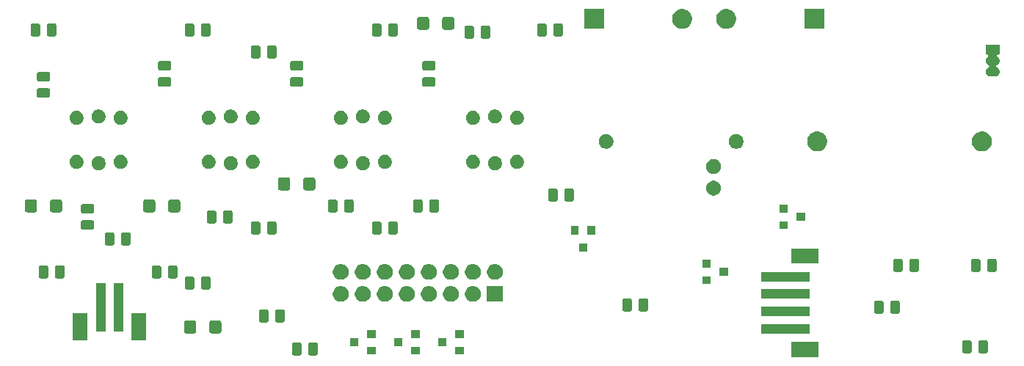
<source format=gbr>
G04 #@! TF.GenerationSoftware,KiCad,Pcbnew,(5.1.6-0-10_14)*
G04 #@! TF.CreationDate,2020-07-01T11:00:56-07:00*
G04 #@! TF.ProjectId,Pufferfish-Interface-1,50756666-6572-4666-9973-682d496e7465,v0.1*
G04 #@! TF.SameCoordinates,Original*
G04 #@! TF.FileFunction,Soldermask,Bot*
G04 #@! TF.FilePolarity,Negative*
%FSLAX46Y46*%
G04 Gerber Fmt 4.6, Leading zero omitted, Abs format (unit mm)*
G04 Created by KiCad (PCBNEW (5.1.6-0-10_14)) date 2020-07-01 11:00:56*
%MOMM*%
%LPD*%
G01*
G04 APERTURE LIST*
%ADD10C,0.099822*%
G04 APERTURE END LIST*
D10*
G36*
X109719000Y-56797000D02*
G01*
X106617000Y-56797000D01*
X106617000Y-55095000D01*
X109719000Y-55095000D01*
X109719000Y-56797000D01*
G37*
G36*
X49901968Y-55133565D02*
G01*
X49940638Y-55145296D01*
X49976277Y-55164346D01*
X50007517Y-55189983D01*
X50033154Y-55221223D01*
X50052204Y-55256862D01*
X50063935Y-55295532D01*
X50068500Y-55341888D01*
X50068500Y-56418112D01*
X50063935Y-56464468D01*
X50052204Y-56503138D01*
X50033154Y-56538777D01*
X50007517Y-56570017D01*
X49976277Y-56595654D01*
X49940638Y-56614704D01*
X49901968Y-56626435D01*
X49855612Y-56631000D01*
X49204388Y-56631000D01*
X49158032Y-56626435D01*
X49119362Y-56614704D01*
X49083723Y-56595654D01*
X49052483Y-56570017D01*
X49026846Y-56538777D01*
X49007796Y-56503138D01*
X48996065Y-56464468D01*
X48991500Y-56418112D01*
X48991500Y-55341888D01*
X48996065Y-55295532D01*
X49007796Y-55256862D01*
X49026846Y-55221223D01*
X49052483Y-55189983D01*
X49083723Y-55164346D01*
X49119362Y-55145296D01*
X49158032Y-55133565D01*
X49204388Y-55129000D01*
X49855612Y-55129000D01*
X49901968Y-55133565D01*
G37*
G36*
X51776968Y-55133565D02*
G01*
X51815638Y-55145296D01*
X51851277Y-55164346D01*
X51882517Y-55189983D01*
X51908154Y-55221223D01*
X51927204Y-55256862D01*
X51938935Y-55295532D01*
X51943500Y-55341888D01*
X51943500Y-56418112D01*
X51938935Y-56464468D01*
X51927204Y-56503138D01*
X51908154Y-56538777D01*
X51882517Y-56570017D01*
X51851277Y-56595654D01*
X51815638Y-56614704D01*
X51776968Y-56626435D01*
X51730612Y-56631000D01*
X51079388Y-56631000D01*
X51033032Y-56626435D01*
X50994362Y-56614704D01*
X50958723Y-56595654D01*
X50927483Y-56570017D01*
X50901846Y-56538777D01*
X50882796Y-56503138D01*
X50871065Y-56464468D01*
X50866500Y-56418112D01*
X50866500Y-55341888D01*
X50871065Y-55295532D01*
X50882796Y-55256862D01*
X50901846Y-55221223D01*
X50927483Y-55189983D01*
X50958723Y-55164346D01*
X50994362Y-55145296D01*
X51033032Y-55133565D01*
X51079388Y-55129000D01*
X51730612Y-55129000D01*
X51776968Y-55133565D01*
G37*
G36*
X68811000Y-56519000D02*
G01*
X67809000Y-56519000D01*
X67809000Y-55617000D01*
X68811000Y-55617000D01*
X68811000Y-56519000D01*
G37*
G36*
X58651000Y-56519000D02*
G01*
X57649000Y-56519000D01*
X57649000Y-55617000D01*
X58651000Y-55617000D01*
X58651000Y-56519000D01*
G37*
G36*
X63731000Y-56519000D02*
G01*
X62729000Y-56519000D01*
X62729000Y-55617000D01*
X63731000Y-55617000D01*
X63731000Y-56519000D01*
G37*
G36*
X127196468Y-54879565D02*
G01*
X127235138Y-54891296D01*
X127270777Y-54910346D01*
X127302017Y-54935983D01*
X127327654Y-54967223D01*
X127346704Y-55002862D01*
X127358435Y-55041532D01*
X127363000Y-55087888D01*
X127363000Y-56164112D01*
X127358435Y-56210468D01*
X127346704Y-56249138D01*
X127327654Y-56284777D01*
X127302017Y-56316017D01*
X127270777Y-56341654D01*
X127235138Y-56360704D01*
X127196468Y-56372435D01*
X127150112Y-56377000D01*
X126498888Y-56377000D01*
X126452532Y-56372435D01*
X126413862Y-56360704D01*
X126378223Y-56341654D01*
X126346983Y-56316017D01*
X126321346Y-56284777D01*
X126302296Y-56249138D01*
X126290565Y-56210468D01*
X126286000Y-56164112D01*
X126286000Y-55087888D01*
X126290565Y-55041532D01*
X126302296Y-55002862D01*
X126321346Y-54967223D01*
X126346983Y-54935983D01*
X126378223Y-54910346D01*
X126413862Y-54891296D01*
X126452532Y-54879565D01*
X126498888Y-54875000D01*
X127150112Y-54875000D01*
X127196468Y-54879565D01*
G37*
G36*
X129071468Y-54879565D02*
G01*
X129110138Y-54891296D01*
X129145777Y-54910346D01*
X129177017Y-54935983D01*
X129202654Y-54967223D01*
X129221704Y-55002862D01*
X129233435Y-55041532D01*
X129238000Y-55087888D01*
X129238000Y-56164112D01*
X129233435Y-56210468D01*
X129221704Y-56249138D01*
X129202654Y-56284777D01*
X129177017Y-56316017D01*
X129145777Y-56341654D01*
X129110138Y-56360704D01*
X129071468Y-56372435D01*
X129025112Y-56377000D01*
X128373888Y-56377000D01*
X128327532Y-56372435D01*
X128288862Y-56360704D01*
X128253223Y-56341654D01*
X128221983Y-56316017D01*
X128196346Y-56284777D01*
X128177296Y-56249138D01*
X128165565Y-56210468D01*
X128161000Y-56164112D01*
X128161000Y-55087888D01*
X128165565Y-55041532D01*
X128177296Y-55002862D01*
X128196346Y-54967223D01*
X128221983Y-54935983D01*
X128253223Y-54910346D01*
X128288862Y-54891296D01*
X128327532Y-54879565D01*
X128373888Y-54875000D01*
X129025112Y-54875000D01*
X129071468Y-54879565D01*
G37*
G36*
X66811000Y-55569000D02*
G01*
X65809000Y-55569000D01*
X65809000Y-54667000D01*
X66811000Y-54667000D01*
X66811000Y-55569000D01*
G37*
G36*
X61731000Y-55569000D02*
G01*
X60729000Y-55569000D01*
X60729000Y-54667000D01*
X61731000Y-54667000D01*
X61731000Y-55569000D01*
G37*
G36*
X56651000Y-55569000D02*
G01*
X55649000Y-55569000D01*
X55649000Y-54667000D01*
X56651000Y-54667000D01*
X56651000Y-55569000D01*
G37*
G36*
X32191000Y-54891000D02*
G01*
X30489000Y-54891000D01*
X30489000Y-51789000D01*
X32191000Y-51789000D01*
X32191000Y-54891000D01*
G37*
G36*
X25391000Y-54891000D02*
G01*
X23689000Y-54891000D01*
X23689000Y-51789000D01*
X25391000Y-51789000D01*
X25391000Y-54891000D01*
G37*
G36*
X68811000Y-54619000D02*
G01*
X67809000Y-54619000D01*
X67809000Y-53717000D01*
X68811000Y-53717000D01*
X68811000Y-54619000D01*
G37*
G36*
X63731000Y-54619000D02*
G01*
X62729000Y-54619000D01*
X62729000Y-53717000D01*
X63731000Y-53717000D01*
X63731000Y-54619000D01*
G37*
G36*
X58651000Y-54619000D02*
G01*
X57649000Y-54619000D01*
X57649000Y-53717000D01*
X58651000Y-53717000D01*
X58651000Y-54619000D01*
G37*
G36*
X108719000Y-54097000D02*
G01*
X103117000Y-54097000D01*
X103117000Y-52995000D01*
X108719000Y-52995000D01*
X108719000Y-54097000D01*
G37*
G36*
X37701066Y-52595127D02*
G01*
X37754985Y-52611483D01*
X37804667Y-52638039D01*
X37848219Y-52673781D01*
X37883961Y-52717333D01*
X37910517Y-52767015D01*
X37926873Y-52820934D01*
X37933000Y-52883141D01*
X37933000Y-53796859D01*
X37926873Y-53859066D01*
X37910517Y-53912985D01*
X37883961Y-53962667D01*
X37848219Y-54006219D01*
X37804667Y-54041961D01*
X37754985Y-54068517D01*
X37701066Y-54084873D01*
X37638859Y-54091000D01*
X36825141Y-54091000D01*
X36762934Y-54084873D01*
X36709015Y-54068517D01*
X36659333Y-54041961D01*
X36615781Y-54006219D01*
X36580039Y-53962667D01*
X36553483Y-53912985D01*
X36537127Y-53859066D01*
X36531000Y-53796859D01*
X36531000Y-52883141D01*
X36537127Y-52820934D01*
X36553483Y-52767015D01*
X36580039Y-52717333D01*
X36615781Y-52673781D01*
X36659333Y-52638039D01*
X36709015Y-52611483D01*
X36762934Y-52595127D01*
X36825141Y-52589000D01*
X37638859Y-52589000D01*
X37701066Y-52595127D01*
G37*
G36*
X40601066Y-52595127D02*
G01*
X40654985Y-52611483D01*
X40704667Y-52638039D01*
X40748219Y-52673781D01*
X40783961Y-52717333D01*
X40810517Y-52767015D01*
X40826873Y-52820934D01*
X40833000Y-52883141D01*
X40833000Y-53796859D01*
X40826873Y-53859066D01*
X40810517Y-53912985D01*
X40783961Y-53962667D01*
X40748219Y-54006219D01*
X40704667Y-54041961D01*
X40654985Y-54068517D01*
X40601066Y-54084873D01*
X40538859Y-54091000D01*
X39725141Y-54091000D01*
X39662934Y-54084873D01*
X39609015Y-54068517D01*
X39559333Y-54041961D01*
X39515781Y-54006219D01*
X39480039Y-53962667D01*
X39453483Y-53912985D01*
X39437127Y-53859066D01*
X39431000Y-53796859D01*
X39431000Y-52883141D01*
X39437127Y-52820934D01*
X39453483Y-52767015D01*
X39480039Y-52717333D01*
X39515781Y-52673781D01*
X39559333Y-52638039D01*
X39609015Y-52611483D01*
X39662934Y-52595127D01*
X39725141Y-52589000D01*
X40538859Y-52589000D01*
X40601066Y-52595127D01*
G37*
G36*
X29491000Y-53891000D02*
G01*
X28389000Y-53891000D01*
X28389000Y-48289000D01*
X29491000Y-48289000D01*
X29491000Y-53891000D01*
G37*
G36*
X27491000Y-53891000D02*
G01*
X26389000Y-53891000D01*
X26389000Y-48289000D01*
X27491000Y-48289000D01*
X27491000Y-53891000D01*
G37*
G36*
X47966968Y-51323565D02*
G01*
X48005638Y-51335296D01*
X48041277Y-51354346D01*
X48072517Y-51379983D01*
X48098154Y-51411223D01*
X48117204Y-51446862D01*
X48128935Y-51485532D01*
X48133500Y-51531888D01*
X48133500Y-52608112D01*
X48128935Y-52654468D01*
X48117204Y-52693138D01*
X48098154Y-52728777D01*
X48072517Y-52760017D01*
X48041277Y-52785654D01*
X48005638Y-52804704D01*
X47966968Y-52816435D01*
X47920612Y-52821000D01*
X47269388Y-52821000D01*
X47223032Y-52816435D01*
X47184362Y-52804704D01*
X47148723Y-52785654D01*
X47117483Y-52760017D01*
X47091846Y-52728777D01*
X47072796Y-52693138D01*
X47061065Y-52654468D01*
X47056500Y-52608112D01*
X47056500Y-51531888D01*
X47061065Y-51485532D01*
X47072796Y-51446862D01*
X47091846Y-51411223D01*
X47117483Y-51379983D01*
X47148723Y-51354346D01*
X47184362Y-51335296D01*
X47223032Y-51323565D01*
X47269388Y-51319000D01*
X47920612Y-51319000D01*
X47966968Y-51323565D01*
G37*
G36*
X46091968Y-51323565D02*
G01*
X46130638Y-51335296D01*
X46166277Y-51354346D01*
X46197517Y-51379983D01*
X46223154Y-51411223D01*
X46242204Y-51446862D01*
X46253935Y-51485532D01*
X46258500Y-51531888D01*
X46258500Y-52608112D01*
X46253935Y-52654468D01*
X46242204Y-52693138D01*
X46223154Y-52728777D01*
X46197517Y-52760017D01*
X46166277Y-52785654D01*
X46130638Y-52804704D01*
X46091968Y-52816435D01*
X46045612Y-52821000D01*
X45394388Y-52821000D01*
X45348032Y-52816435D01*
X45309362Y-52804704D01*
X45273723Y-52785654D01*
X45242483Y-52760017D01*
X45216846Y-52728777D01*
X45197796Y-52693138D01*
X45186065Y-52654468D01*
X45181500Y-52608112D01*
X45181500Y-51531888D01*
X45186065Y-51485532D01*
X45197796Y-51446862D01*
X45216846Y-51411223D01*
X45242483Y-51379983D01*
X45273723Y-51354346D01*
X45309362Y-51335296D01*
X45348032Y-51323565D01*
X45394388Y-51319000D01*
X46045612Y-51319000D01*
X46091968Y-51323565D01*
G37*
G36*
X108719000Y-52097000D02*
G01*
X103117000Y-52097000D01*
X103117000Y-50995000D01*
X108719000Y-50995000D01*
X108719000Y-52097000D01*
G37*
G36*
X118911468Y-50307565D02*
G01*
X118950138Y-50319296D01*
X118985777Y-50338346D01*
X119017017Y-50363983D01*
X119042654Y-50395223D01*
X119061704Y-50430862D01*
X119073435Y-50469532D01*
X119078000Y-50515888D01*
X119078000Y-51592112D01*
X119073435Y-51638468D01*
X119061704Y-51677138D01*
X119042654Y-51712777D01*
X119017017Y-51744017D01*
X118985777Y-51769654D01*
X118950138Y-51788704D01*
X118911468Y-51800435D01*
X118865112Y-51805000D01*
X118213888Y-51805000D01*
X118167532Y-51800435D01*
X118128862Y-51788704D01*
X118093223Y-51769654D01*
X118061983Y-51744017D01*
X118036346Y-51712777D01*
X118017296Y-51677138D01*
X118005565Y-51638468D01*
X118001000Y-51592112D01*
X118001000Y-50515888D01*
X118005565Y-50469532D01*
X118017296Y-50430862D01*
X118036346Y-50395223D01*
X118061983Y-50363983D01*
X118093223Y-50338346D01*
X118128862Y-50319296D01*
X118167532Y-50307565D01*
X118213888Y-50303000D01*
X118865112Y-50303000D01*
X118911468Y-50307565D01*
G37*
G36*
X117036468Y-50307565D02*
G01*
X117075138Y-50319296D01*
X117110777Y-50338346D01*
X117142017Y-50363983D01*
X117167654Y-50395223D01*
X117186704Y-50430862D01*
X117198435Y-50469532D01*
X117203000Y-50515888D01*
X117203000Y-51592112D01*
X117198435Y-51638468D01*
X117186704Y-51677138D01*
X117167654Y-51712777D01*
X117142017Y-51744017D01*
X117110777Y-51769654D01*
X117075138Y-51788704D01*
X117036468Y-51800435D01*
X116990112Y-51805000D01*
X116338888Y-51805000D01*
X116292532Y-51800435D01*
X116253862Y-51788704D01*
X116218223Y-51769654D01*
X116186983Y-51744017D01*
X116161346Y-51712777D01*
X116142296Y-51677138D01*
X116130565Y-51638468D01*
X116126000Y-51592112D01*
X116126000Y-50515888D01*
X116130565Y-50469532D01*
X116142296Y-50430862D01*
X116161346Y-50395223D01*
X116186983Y-50363983D01*
X116218223Y-50338346D01*
X116253862Y-50319296D01*
X116292532Y-50307565D01*
X116338888Y-50303000D01*
X116990112Y-50303000D01*
X117036468Y-50307565D01*
G37*
G36*
X89876968Y-50053565D02*
G01*
X89915638Y-50065296D01*
X89951277Y-50084346D01*
X89982517Y-50109983D01*
X90008154Y-50141223D01*
X90027204Y-50176862D01*
X90038935Y-50215532D01*
X90043500Y-50261888D01*
X90043500Y-51338112D01*
X90038935Y-51384468D01*
X90027204Y-51423138D01*
X90008154Y-51458777D01*
X89982517Y-51490017D01*
X89951277Y-51515654D01*
X89915638Y-51534704D01*
X89876968Y-51546435D01*
X89830612Y-51551000D01*
X89179388Y-51551000D01*
X89133032Y-51546435D01*
X89094362Y-51534704D01*
X89058723Y-51515654D01*
X89027483Y-51490017D01*
X89001846Y-51458777D01*
X88982796Y-51423138D01*
X88971065Y-51384468D01*
X88966500Y-51338112D01*
X88966500Y-50261888D01*
X88971065Y-50215532D01*
X88982796Y-50176862D01*
X89001846Y-50141223D01*
X89027483Y-50109983D01*
X89058723Y-50084346D01*
X89094362Y-50065296D01*
X89133032Y-50053565D01*
X89179388Y-50049000D01*
X89830612Y-50049000D01*
X89876968Y-50053565D01*
G37*
G36*
X88001968Y-50053565D02*
G01*
X88040638Y-50065296D01*
X88076277Y-50084346D01*
X88107517Y-50109983D01*
X88133154Y-50141223D01*
X88152204Y-50176862D01*
X88163935Y-50215532D01*
X88168500Y-50261888D01*
X88168500Y-51338112D01*
X88163935Y-51384468D01*
X88152204Y-51423138D01*
X88133154Y-51458777D01*
X88107517Y-51490017D01*
X88076277Y-51515654D01*
X88040638Y-51534704D01*
X88001968Y-51546435D01*
X87955612Y-51551000D01*
X87304388Y-51551000D01*
X87258032Y-51546435D01*
X87219362Y-51534704D01*
X87183723Y-51515654D01*
X87152483Y-51490017D01*
X87126846Y-51458777D01*
X87107796Y-51423138D01*
X87096065Y-51384468D01*
X87091500Y-51338112D01*
X87091500Y-50261888D01*
X87096065Y-50215532D01*
X87107796Y-50176862D01*
X87126846Y-50141223D01*
X87152483Y-50109983D01*
X87183723Y-50084346D01*
X87219362Y-50065296D01*
X87258032Y-50053565D01*
X87304388Y-50049000D01*
X87955612Y-50049000D01*
X88001968Y-50053565D01*
G37*
G36*
X67488215Y-48634053D02*
G01*
X67576458Y-48651605D01*
X67645319Y-48680128D01*
X67742703Y-48720466D01*
X67892322Y-48820438D01*
X68019562Y-48947678D01*
X68119534Y-49097297D01*
X68188395Y-49263543D01*
X68223500Y-49440027D01*
X68223500Y-49619973D01*
X68188395Y-49796457D01*
X68119534Y-49962703D01*
X68019562Y-50112322D01*
X67892322Y-50239562D01*
X67742703Y-50339534D01*
X67645319Y-50379872D01*
X67576458Y-50408395D01*
X67504727Y-50422663D01*
X67399973Y-50443500D01*
X67220027Y-50443500D01*
X67115273Y-50422663D01*
X67043542Y-50408395D01*
X66974681Y-50379872D01*
X66877297Y-50339534D01*
X66727678Y-50239562D01*
X66600438Y-50112322D01*
X66500466Y-49962703D01*
X66431605Y-49796457D01*
X66396500Y-49619973D01*
X66396500Y-49440027D01*
X66431605Y-49263543D01*
X66500466Y-49097297D01*
X66600438Y-48947678D01*
X66727678Y-48820438D01*
X66877297Y-48720466D01*
X66974681Y-48680128D01*
X67043542Y-48651605D01*
X67131785Y-48634053D01*
X67220027Y-48616500D01*
X67399973Y-48616500D01*
X67488215Y-48634053D01*
G37*
G36*
X70028215Y-48634053D02*
G01*
X70116458Y-48651605D01*
X70185319Y-48680128D01*
X70282703Y-48720466D01*
X70432322Y-48820438D01*
X70559562Y-48947678D01*
X70659534Y-49097297D01*
X70728395Y-49263543D01*
X70763500Y-49440027D01*
X70763500Y-49619973D01*
X70728395Y-49796457D01*
X70659534Y-49962703D01*
X70559562Y-50112322D01*
X70432322Y-50239562D01*
X70282703Y-50339534D01*
X70185319Y-50379872D01*
X70116458Y-50408395D01*
X70044727Y-50422663D01*
X69939973Y-50443500D01*
X69760027Y-50443500D01*
X69655273Y-50422663D01*
X69583542Y-50408395D01*
X69514681Y-50379872D01*
X69417297Y-50339534D01*
X69267678Y-50239562D01*
X69140438Y-50112322D01*
X69040466Y-49962703D01*
X68971605Y-49796457D01*
X68936500Y-49619973D01*
X68936500Y-49440027D01*
X68971605Y-49263543D01*
X69040466Y-49097297D01*
X69140438Y-48947678D01*
X69267678Y-48820438D01*
X69417297Y-48720466D01*
X69514681Y-48680128D01*
X69583542Y-48651605D01*
X69671785Y-48634053D01*
X69760027Y-48616500D01*
X69939973Y-48616500D01*
X70028215Y-48634053D01*
G37*
G36*
X73303500Y-50443500D02*
G01*
X71476500Y-50443500D01*
X71476500Y-48616500D01*
X73303500Y-48616500D01*
X73303500Y-50443500D01*
G37*
G36*
X64948215Y-48634053D02*
G01*
X65036458Y-48651605D01*
X65105319Y-48680128D01*
X65202703Y-48720466D01*
X65352322Y-48820438D01*
X65479562Y-48947678D01*
X65579534Y-49097297D01*
X65648395Y-49263543D01*
X65683500Y-49440027D01*
X65683500Y-49619973D01*
X65648395Y-49796457D01*
X65579534Y-49962703D01*
X65479562Y-50112322D01*
X65352322Y-50239562D01*
X65202703Y-50339534D01*
X65105319Y-50379872D01*
X65036458Y-50408395D01*
X64964727Y-50422663D01*
X64859973Y-50443500D01*
X64680027Y-50443500D01*
X64575273Y-50422663D01*
X64503542Y-50408395D01*
X64434681Y-50379872D01*
X64337297Y-50339534D01*
X64187678Y-50239562D01*
X64060438Y-50112322D01*
X63960466Y-49962703D01*
X63891605Y-49796457D01*
X63856500Y-49619973D01*
X63856500Y-49440027D01*
X63891605Y-49263543D01*
X63960466Y-49097297D01*
X64060438Y-48947678D01*
X64187678Y-48820438D01*
X64337297Y-48720466D01*
X64434681Y-48680128D01*
X64503542Y-48651605D01*
X64591785Y-48634053D01*
X64680027Y-48616500D01*
X64859973Y-48616500D01*
X64948215Y-48634053D01*
G37*
G36*
X62408215Y-48634053D02*
G01*
X62496458Y-48651605D01*
X62565319Y-48680128D01*
X62662703Y-48720466D01*
X62812322Y-48820438D01*
X62939562Y-48947678D01*
X63039534Y-49097297D01*
X63108395Y-49263543D01*
X63143500Y-49440027D01*
X63143500Y-49619973D01*
X63108395Y-49796457D01*
X63039534Y-49962703D01*
X62939562Y-50112322D01*
X62812322Y-50239562D01*
X62662703Y-50339534D01*
X62565319Y-50379872D01*
X62496458Y-50408395D01*
X62424727Y-50422663D01*
X62319973Y-50443500D01*
X62140027Y-50443500D01*
X62035273Y-50422663D01*
X61963542Y-50408395D01*
X61894681Y-50379872D01*
X61797297Y-50339534D01*
X61647678Y-50239562D01*
X61520438Y-50112322D01*
X61420466Y-49962703D01*
X61351605Y-49796457D01*
X61316500Y-49619973D01*
X61316500Y-49440027D01*
X61351605Y-49263543D01*
X61420466Y-49097297D01*
X61520438Y-48947678D01*
X61647678Y-48820438D01*
X61797297Y-48720466D01*
X61894681Y-48680128D01*
X61963542Y-48651605D01*
X62051785Y-48634053D01*
X62140027Y-48616500D01*
X62319973Y-48616500D01*
X62408215Y-48634053D01*
G37*
G36*
X59868215Y-48634053D02*
G01*
X59956458Y-48651605D01*
X60025319Y-48680128D01*
X60122703Y-48720466D01*
X60272322Y-48820438D01*
X60399562Y-48947678D01*
X60499534Y-49097297D01*
X60568395Y-49263543D01*
X60603500Y-49440027D01*
X60603500Y-49619973D01*
X60568395Y-49796457D01*
X60499534Y-49962703D01*
X60399562Y-50112322D01*
X60272322Y-50239562D01*
X60122703Y-50339534D01*
X60025319Y-50379872D01*
X59956458Y-50408395D01*
X59884727Y-50422663D01*
X59779973Y-50443500D01*
X59600027Y-50443500D01*
X59495273Y-50422663D01*
X59423542Y-50408395D01*
X59354681Y-50379872D01*
X59257297Y-50339534D01*
X59107678Y-50239562D01*
X58980438Y-50112322D01*
X58880466Y-49962703D01*
X58811605Y-49796457D01*
X58776500Y-49619973D01*
X58776500Y-49440027D01*
X58811605Y-49263543D01*
X58880466Y-49097297D01*
X58980438Y-48947678D01*
X59107678Y-48820438D01*
X59257297Y-48720466D01*
X59354681Y-48680128D01*
X59423542Y-48651605D01*
X59511785Y-48634053D01*
X59600027Y-48616500D01*
X59779973Y-48616500D01*
X59868215Y-48634053D01*
G37*
G36*
X57328215Y-48634053D02*
G01*
X57416458Y-48651605D01*
X57485319Y-48680128D01*
X57582703Y-48720466D01*
X57732322Y-48820438D01*
X57859562Y-48947678D01*
X57959534Y-49097297D01*
X58028395Y-49263543D01*
X58063500Y-49440027D01*
X58063500Y-49619973D01*
X58028395Y-49796457D01*
X57959534Y-49962703D01*
X57859562Y-50112322D01*
X57732322Y-50239562D01*
X57582703Y-50339534D01*
X57485319Y-50379872D01*
X57416458Y-50408395D01*
X57344727Y-50422663D01*
X57239973Y-50443500D01*
X57060027Y-50443500D01*
X56955273Y-50422663D01*
X56883542Y-50408395D01*
X56814681Y-50379872D01*
X56717297Y-50339534D01*
X56567678Y-50239562D01*
X56440438Y-50112322D01*
X56340466Y-49962703D01*
X56271605Y-49796457D01*
X56236500Y-49619973D01*
X56236500Y-49440027D01*
X56271605Y-49263543D01*
X56340466Y-49097297D01*
X56440438Y-48947678D01*
X56567678Y-48820438D01*
X56717297Y-48720466D01*
X56814681Y-48680128D01*
X56883542Y-48651605D01*
X56971785Y-48634053D01*
X57060027Y-48616500D01*
X57239973Y-48616500D01*
X57328215Y-48634053D01*
G37*
G36*
X54788215Y-48634053D02*
G01*
X54876458Y-48651605D01*
X54945319Y-48680128D01*
X55042703Y-48720466D01*
X55192322Y-48820438D01*
X55319562Y-48947678D01*
X55419534Y-49097297D01*
X55488395Y-49263543D01*
X55523500Y-49440027D01*
X55523500Y-49619973D01*
X55488395Y-49796457D01*
X55419534Y-49962703D01*
X55319562Y-50112322D01*
X55192322Y-50239562D01*
X55042703Y-50339534D01*
X54945319Y-50379872D01*
X54876458Y-50408395D01*
X54804727Y-50422663D01*
X54699973Y-50443500D01*
X54520027Y-50443500D01*
X54415273Y-50422663D01*
X54343542Y-50408395D01*
X54274681Y-50379872D01*
X54177297Y-50339534D01*
X54027678Y-50239562D01*
X53900438Y-50112322D01*
X53800466Y-49962703D01*
X53731605Y-49796457D01*
X53696500Y-49619973D01*
X53696500Y-49440027D01*
X53731605Y-49263543D01*
X53800466Y-49097297D01*
X53900438Y-48947678D01*
X54027678Y-48820438D01*
X54177297Y-48720466D01*
X54274681Y-48680128D01*
X54343542Y-48651605D01*
X54431785Y-48634053D01*
X54520027Y-48616500D01*
X54699973Y-48616500D01*
X54788215Y-48634053D01*
G37*
G36*
X108719000Y-50097000D02*
G01*
X103117000Y-50097000D01*
X103117000Y-48995000D01*
X108719000Y-48995000D01*
X108719000Y-50097000D01*
G37*
G36*
X37534468Y-47513565D02*
G01*
X37573138Y-47525296D01*
X37608777Y-47544346D01*
X37640017Y-47569983D01*
X37665654Y-47601223D01*
X37684704Y-47636862D01*
X37696435Y-47675532D01*
X37701000Y-47721888D01*
X37701000Y-48798112D01*
X37696435Y-48844468D01*
X37684704Y-48883138D01*
X37665654Y-48918777D01*
X37640017Y-48950017D01*
X37608777Y-48975654D01*
X37573138Y-48994704D01*
X37534468Y-49006435D01*
X37488112Y-49011000D01*
X36836888Y-49011000D01*
X36790532Y-49006435D01*
X36751862Y-48994704D01*
X36716223Y-48975654D01*
X36684983Y-48950017D01*
X36659346Y-48918777D01*
X36640296Y-48883138D01*
X36628565Y-48844468D01*
X36624000Y-48798112D01*
X36624000Y-47721888D01*
X36628565Y-47675532D01*
X36640296Y-47636862D01*
X36659346Y-47601223D01*
X36684983Y-47569983D01*
X36716223Y-47544346D01*
X36751862Y-47525296D01*
X36790532Y-47513565D01*
X36836888Y-47509000D01*
X37488112Y-47509000D01*
X37534468Y-47513565D01*
G37*
G36*
X39409468Y-47513565D02*
G01*
X39448138Y-47525296D01*
X39483777Y-47544346D01*
X39515017Y-47569983D01*
X39540654Y-47601223D01*
X39559704Y-47636862D01*
X39571435Y-47675532D01*
X39576000Y-47721888D01*
X39576000Y-48798112D01*
X39571435Y-48844468D01*
X39559704Y-48883138D01*
X39540654Y-48918777D01*
X39515017Y-48950017D01*
X39483777Y-48975654D01*
X39448138Y-48994704D01*
X39409468Y-49006435D01*
X39363112Y-49011000D01*
X38711888Y-49011000D01*
X38665532Y-49006435D01*
X38626862Y-48994704D01*
X38591223Y-48975654D01*
X38559983Y-48950017D01*
X38534346Y-48918777D01*
X38515296Y-48883138D01*
X38503565Y-48844468D01*
X38499000Y-48798112D01*
X38499000Y-47721888D01*
X38503565Y-47675532D01*
X38515296Y-47636862D01*
X38534346Y-47601223D01*
X38559983Y-47569983D01*
X38591223Y-47544346D01*
X38626862Y-47525296D01*
X38665532Y-47513565D01*
X38711888Y-47509000D01*
X39363112Y-47509000D01*
X39409468Y-47513565D01*
G37*
G36*
X97291000Y-48391000D02*
G01*
X96289000Y-48391000D01*
X96289000Y-47489000D01*
X97291000Y-47489000D01*
X97291000Y-48391000D01*
G37*
G36*
X108719000Y-48097000D02*
G01*
X103117000Y-48097000D01*
X103117000Y-46995000D01*
X108719000Y-46995000D01*
X108719000Y-48097000D01*
G37*
G36*
X72568215Y-46094052D02*
G01*
X72656458Y-46111605D01*
X72725319Y-46140128D01*
X72822703Y-46180466D01*
X72972322Y-46280438D01*
X73099562Y-46407678D01*
X73199534Y-46557297D01*
X73268395Y-46723543D01*
X73303500Y-46900027D01*
X73303500Y-47079973D01*
X73268395Y-47256457D01*
X73199534Y-47422703D01*
X73099562Y-47572322D01*
X72972322Y-47699562D01*
X72822703Y-47799534D01*
X72725319Y-47839872D01*
X72656458Y-47868395D01*
X72568215Y-47885947D01*
X72479973Y-47903500D01*
X72300027Y-47903500D01*
X72211785Y-47885947D01*
X72123542Y-47868395D01*
X72054681Y-47839872D01*
X71957297Y-47799534D01*
X71807678Y-47699562D01*
X71680438Y-47572322D01*
X71580466Y-47422703D01*
X71511605Y-47256457D01*
X71476500Y-47079973D01*
X71476500Y-46900027D01*
X71511605Y-46723543D01*
X71580466Y-46557297D01*
X71680438Y-46407678D01*
X71807678Y-46280438D01*
X71957297Y-46180466D01*
X72054681Y-46140128D01*
X72123542Y-46111605D01*
X72211785Y-46094052D01*
X72300027Y-46076500D01*
X72479973Y-46076500D01*
X72568215Y-46094052D01*
G37*
G36*
X70028215Y-46094052D02*
G01*
X70116458Y-46111605D01*
X70185319Y-46140128D01*
X70282703Y-46180466D01*
X70432322Y-46280438D01*
X70559562Y-46407678D01*
X70659534Y-46557297D01*
X70728395Y-46723543D01*
X70763500Y-46900027D01*
X70763500Y-47079973D01*
X70728395Y-47256457D01*
X70659534Y-47422703D01*
X70559562Y-47572322D01*
X70432322Y-47699562D01*
X70282703Y-47799534D01*
X70185319Y-47839872D01*
X70116458Y-47868395D01*
X70028215Y-47885947D01*
X69939973Y-47903500D01*
X69760027Y-47903500D01*
X69671785Y-47885947D01*
X69583542Y-47868395D01*
X69514681Y-47839872D01*
X69417297Y-47799534D01*
X69267678Y-47699562D01*
X69140438Y-47572322D01*
X69040466Y-47422703D01*
X68971605Y-47256457D01*
X68936500Y-47079973D01*
X68936500Y-46900027D01*
X68971605Y-46723543D01*
X69040466Y-46557297D01*
X69140438Y-46407678D01*
X69267678Y-46280438D01*
X69417297Y-46180466D01*
X69514681Y-46140128D01*
X69583542Y-46111605D01*
X69671785Y-46094052D01*
X69760027Y-46076500D01*
X69939973Y-46076500D01*
X70028215Y-46094052D01*
G37*
G36*
X67488215Y-46094052D02*
G01*
X67576458Y-46111605D01*
X67645319Y-46140128D01*
X67742703Y-46180466D01*
X67892322Y-46280438D01*
X68019562Y-46407678D01*
X68119534Y-46557297D01*
X68188395Y-46723543D01*
X68223500Y-46900027D01*
X68223500Y-47079973D01*
X68188395Y-47256457D01*
X68119534Y-47422703D01*
X68019562Y-47572322D01*
X67892322Y-47699562D01*
X67742703Y-47799534D01*
X67645319Y-47839872D01*
X67576458Y-47868395D01*
X67488215Y-47885947D01*
X67399973Y-47903500D01*
X67220027Y-47903500D01*
X67131785Y-47885947D01*
X67043542Y-47868395D01*
X66974681Y-47839872D01*
X66877297Y-47799534D01*
X66727678Y-47699562D01*
X66600438Y-47572322D01*
X66500466Y-47422703D01*
X66431605Y-47256457D01*
X66396500Y-47079973D01*
X66396500Y-46900027D01*
X66431605Y-46723543D01*
X66500466Y-46557297D01*
X66600438Y-46407678D01*
X66727678Y-46280438D01*
X66877297Y-46180466D01*
X66974681Y-46140128D01*
X67043542Y-46111605D01*
X67131785Y-46094052D01*
X67220027Y-46076500D01*
X67399973Y-46076500D01*
X67488215Y-46094052D01*
G37*
G36*
X64948215Y-46094052D02*
G01*
X65036458Y-46111605D01*
X65105319Y-46140128D01*
X65202703Y-46180466D01*
X65352322Y-46280438D01*
X65479562Y-46407678D01*
X65579534Y-46557297D01*
X65648395Y-46723543D01*
X65683500Y-46900027D01*
X65683500Y-47079973D01*
X65648395Y-47256457D01*
X65579534Y-47422703D01*
X65479562Y-47572322D01*
X65352322Y-47699562D01*
X65202703Y-47799534D01*
X65105319Y-47839872D01*
X65036458Y-47868395D01*
X64948215Y-47885947D01*
X64859973Y-47903500D01*
X64680027Y-47903500D01*
X64591785Y-47885947D01*
X64503542Y-47868395D01*
X64434681Y-47839872D01*
X64337297Y-47799534D01*
X64187678Y-47699562D01*
X64060438Y-47572322D01*
X63960466Y-47422703D01*
X63891605Y-47256457D01*
X63856500Y-47079973D01*
X63856500Y-46900027D01*
X63891605Y-46723543D01*
X63960466Y-46557297D01*
X64060438Y-46407678D01*
X64187678Y-46280438D01*
X64337297Y-46180466D01*
X64434681Y-46140128D01*
X64503542Y-46111605D01*
X64591785Y-46094052D01*
X64680027Y-46076500D01*
X64859973Y-46076500D01*
X64948215Y-46094052D01*
G37*
G36*
X54788215Y-46094052D02*
G01*
X54876458Y-46111605D01*
X54945319Y-46140128D01*
X55042703Y-46180466D01*
X55192322Y-46280438D01*
X55319562Y-46407678D01*
X55419534Y-46557297D01*
X55488395Y-46723543D01*
X55523500Y-46900027D01*
X55523500Y-47079973D01*
X55488395Y-47256457D01*
X55419534Y-47422703D01*
X55319562Y-47572322D01*
X55192322Y-47699562D01*
X55042703Y-47799534D01*
X54945319Y-47839872D01*
X54876458Y-47868395D01*
X54788215Y-47885947D01*
X54699973Y-47903500D01*
X54520027Y-47903500D01*
X54431785Y-47885947D01*
X54343542Y-47868395D01*
X54274681Y-47839872D01*
X54177297Y-47799534D01*
X54027678Y-47699562D01*
X53900438Y-47572322D01*
X53800466Y-47422703D01*
X53731605Y-47256457D01*
X53696500Y-47079973D01*
X53696500Y-46900027D01*
X53731605Y-46723543D01*
X53800466Y-46557297D01*
X53900438Y-46407678D01*
X54027678Y-46280438D01*
X54177297Y-46180466D01*
X54274681Y-46140128D01*
X54343542Y-46111605D01*
X54431785Y-46094052D01*
X54520027Y-46076500D01*
X54699973Y-46076500D01*
X54788215Y-46094052D01*
G37*
G36*
X62408215Y-46094052D02*
G01*
X62496458Y-46111605D01*
X62565319Y-46140128D01*
X62662703Y-46180466D01*
X62812322Y-46280438D01*
X62939562Y-46407678D01*
X63039534Y-46557297D01*
X63108395Y-46723543D01*
X63143500Y-46900027D01*
X63143500Y-47079973D01*
X63108395Y-47256457D01*
X63039534Y-47422703D01*
X62939562Y-47572322D01*
X62812322Y-47699562D01*
X62662703Y-47799534D01*
X62565319Y-47839872D01*
X62496458Y-47868395D01*
X62408215Y-47885947D01*
X62319973Y-47903500D01*
X62140027Y-47903500D01*
X62051785Y-47885947D01*
X61963542Y-47868395D01*
X61894681Y-47839872D01*
X61797297Y-47799534D01*
X61647678Y-47699562D01*
X61520438Y-47572322D01*
X61420466Y-47422703D01*
X61351605Y-47256457D01*
X61316500Y-47079973D01*
X61316500Y-46900027D01*
X61351605Y-46723543D01*
X61420466Y-46557297D01*
X61520438Y-46407678D01*
X61647678Y-46280438D01*
X61797297Y-46180466D01*
X61894681Y-46140128D01*
X61963542Y-46111605D01*
X62051785Y-46094052D01*
X62140027Y-46076500D01*
X62319973Y-46076500D01*
X62408215Y-46094052D01*
G37*
G36*
X57328215Y-46094052D02*
G01*
X57416458Y-46111605D01*
X57485319Y-46140128D01*
X57582703Y-46180466D01*
X57732322Y-46280438D01*
X57859562Y-46407678D01*
X57959534Y-46557297D01*
X58028395Y-46723543D01*
X58063500Y-46900027D01*
X58063500Y-47079973D01*
X58028395Y-47256457D01*
X57959534Y-47422703D01*
X57859562Y-47572322D01*
X57732322Y-47699562D01*
X57582703Y-47799534D01*
X57485319Y-47839872D01*
X57416458Y-47868395D01*
X57328215Y-47885947D01*
X57239973Y-47903500D01*
X57060027Y-47903500D01*
X56971785Y-47885947D01*
X56883542Y-47868395D01*
X56814681Y-47839872D01*
X56717297Y-47799534D01*
X56567678Y-47699562D01*
X56440438Y-47572322D01*
X56340466Y-47422703D01*
X56271605Y-47256457D01*
X56236500Y-47079973D01*
X56236500Y-46900027D01*
X56271605Y-46723543D01*
X56340466Y-46557297D01*
X56440438Y-46407678D01*
X56567678Y-46280438D01*
X56717297Y-46180466D01*
X56814681Y-46140128D01*
X56883542Y-46111605D01*
X56971785Y-46094052D01*
X57060027Y-46076500D01*
X57239973Y-46076500D01*
X57328215Y-46094052D01*
G37*
G36*
X59868215Y-46094052D02*
G01*
X59956458Y-46111605D01*
X60025319Y-46140128D01*
X60122703Y-46180466D01*
X60272322Y-46280438D01*
X60399562Y-46407678D01*
X60499534Y-46557297D01*
X60568395Y-46723543D01*
X60603500Y-46900027D01*
X60603500Y-47079973D01*
X60568395Y-47256457D01*
X60499534Y-47422703D01*
X60399562Y-47572322D01*
X60272322Y-47699562D01*
X60122703Y-47799534D01*
X60025319Y-47839872D01*
X59956458Y-47868395D01*
X59868215Y-47885947D01*
X59779973Y-47903500D01*
X59600027Y-47903500D01*
X59511785Y-47885947D01*
X59423542Y-47868395D01*
X59354681Y-47839872D01*
X59257297Y-47799534D01*
X59107678Y-47699562D01*
X58980438Y-47572322D01*
X58880466Y-47422703D01*
X58811605Y-47256457D01*
X58776500Y-47079973D01*
X58776500Y-46900027D01*
X58811605Y-46723543D01*
X58880466Y-46557297D01*
X58980438Y-46407678D01*
X59107678Y-46280438D01*
X59257297Y-46180466D01*
X59354681Y-46140128D01*
X59423542Y-46111605D01*
X59511785Y-46094052D01*
X59600027Y-46076500D01*
X59779973Y-46076500D01*
X59868215Y-46094052D01*
G37*
G36*
X33724468Y-46243565D02*
G01*
X33763138Y-46255296D01*
X33798777Y-46274346D01*
X33830017Y-46299983D01*
X33855654Y-46331223D01*
X33874704Y-46366862D01*
X33886435Y-46405532D01*
X33891000Y-46451888D01*
X33891000Y-47528112D01*
X33886435Y-47574468D01*
X33874704Y-47613138D01*
X33855654Y-47648777D01*
X33830017Y-47680017D01*
X33798777Y-47705654D01*
X33763138Y-47724704D01*
X33724468Y-47736435D01*
X33678112Y-47741000D01*
X33026888Y-47741000D01*
X32980532Y-47736435D01*
X32941862Y-47724704D01*
X32906223Y-47705654D01*
X32874983Y-47680017D01*
X32849346Y-47648777D01*
X32830296Y-47613138D01*
X32818565Y-47574468D01*
X32814000Y-47528112D01*
X32814000Y-46451888D01*
X32818565Y-46405532D01*
X32830296Y-46366862D01*
X32849346Y-46331223D01*
X32874983Y-46299983D01*
X32906223Y-46274346D01*
X32941862Y-46255296D01*
X32980532Y-46243565D01*
X33026888Y-46239000D01*
X33678112Y-46239000D01*
X33724468Y-46243565D01*
G37*
G36*
X35599468Y-46243565D02*
G01*
X35638138Y-46255296D01*
X35673777Y-46274346D01*
X35705017Y-46299983D01*
X35730654Y-46331223D01*
X35749704Y-46366862D01*
X35761435Y-46405532D01*
X35766000Y-46451888D01*
X35766000Y-47528112D01*
X35761435Y-47574468D01*
X35749704Y-47613138D01*
X35730654Y-47648777D01*
X35705017Y-47680017D01*
X35673777Y-47705654D01*
X35638138Y-47724704D01*
X35599468Y-47736435D01*
X35553112Y-47741000D01*
X34901888Y-47741000D01*
X34855532Y-47736435D01*
X34816862Y-47724704D01*
X34781223Y-47705654D01*
X34749983Y-47680017D01*
X34724346Y-47648777D01*
X34705296Y-47613138D01*
X34693565Y-47574468D01*
X34689000Y-47528112D01*
X34689000Y-46451888D01*
X34693565Y-46405532D01*
X34705296Y-46366862D01*
X34724346Y-46331223D01*
X34749983Y-46299983D01*
X34781223Y-46274346D01*
X34816862Y-46255296D01*
X34855532Y-46243565D01*
X34901888Y-46239000D01*
X35553112Y-46239000D01*
X35599468Y-46243565D01*
G37*
G36*
X20691968Y-46243565D02*
G01*
X20730638Y-46255296D01*
X20766277Y-46274346D01*
X20797517Y-46299983D01*
X20823154Y-46331223D01*
X20842204Y-46366862D01*
X20853935Y-46405532D01*
X20858500Y-46451888D01*
X20858500Y-47528112D01*
X20853935Y-47574468D01*
X20842204Y-47613138D01*
X20823154Y-47648777D01*
X20797517Y-47680017D01*
X20766277Y-47705654D01*
X20730638Y-47724704D01*
X20691968Y-47736435D01*
X20645612Y-47741000D01*
X19994388Y-47741000D01*
X19948032Y-47736435D01*
X19909362Y-47724704D01*
X19873723Y-47705654D01*
X19842483Y-47680017D01*
X19816846Y-47648777D01*
X19797796Y-47613138D01*
X19786065Y-47574468D01*
X19781500Y-47528112D01*
X19781500Y-46451888D01*
X19786065Y-46405532D01*
X19797796Y-46366862D01*
X19816846Y-46331223D01*
X19842483Y-46299983D01*
X19873723Y-46274346D01*
X19909362Y-46255296D01*
X19948032Y-46243565D01*
X19994388Y-46239000D01*
X20645612Y-46239000D01*
X20691968Y-46243565D01*
G37*
G36*
X22566968Y-46243565D02*
G01*
X22605638Y-46255296D01*
X22641277Y-46274346D01*
X22672517Y-46299983D01*
X22698154Y-46331223D01*
X22717204Y-46366862D01*
X22728935Y-46405532D01*
X22733500Y-46451888D01*
X22733500Y-47528112D01*
X22728935Y-47574468D01*
X22717204Y-47613138D01*
X22698154Y-47648777D01*
X22672517Y-47680017D01*
X22641277Y-47705654D01*
X22605638Y-47724704D01*
X22566968Y-47736435D01*
X22520612Y-47741000D01*
X21869388Y-47741000D01*
X21823032Y-47736435D01*
X21784362Y-47724704D01*
X21748723Y-47705654D01*
X21717483Y-47680017D01*
X21691846Y-47648777D01*
X21672796Y-47613138D01*
X21661065Y-47574468D01*
X21656500Y-47528112D01*
X21656500Y-46451888D01*
X21661065Y-46405532D01*
X21672796Y-46366862D01*
X21691846Y-46331223D01*
X21717483Y-46299983D01*
X21748723Y-46274346D01*
X21784362Y-46255296D01*
X21823032Y-46243565D01*
X21869388Y-46239000D01*
X22520612Y-46239000D01*
X22566968Y-46243565D01*
G37*
G36*
X99291000Y-47441000D02*
G01*
X98289000Y-47441000D01*
X98289000Y-46539000D01*
X99291000Y-46539000D01*
X99291000Y-47441000D01*
G37*
G36*
X128212468Y-45481565D02*
G01*
X128251138Y-45493296D01*
X128286777Y-45512346D01*
X128318017Y-45537983D01*
X128343654Y-45569223D01*
X128362704Y-45604862D01*
X128374435Y-45643532D01*
X128379000Y-45689888D01*
X128379000Y-46766112D01*
X128374435Y-46812468D01*
X128362704Y-46851138D01*
X128343654Y-46886777D01*
X128318017Y-46918017D01*
X128286777Y-46943654D01*
X128251138Y-46962704D01*
X128212468Y-46974435D01*
X128166112Y-46979000D01*
X127514888Y-46979000D01*
X127468532Y-46974435D01*
X127429862Y-46962704D01*
X127394223Y-46943654D01*
X127362983Y-46918017D01*
X127337346Y-46886777D01*
X127318296Y-46851138D01*
X127306565Y-46812468D01*
X127302000Y-46766112D01*
X127302000Y-45689888D01*
X127306565Y-45643532D01*
X127318296Y-45604862D01*
X127337346Y-45569223D01*
X127362983Y-45537983D01*
X127394223Y-45512346D01*
X127429862Y-45493296D01*
X127468532Y-45481565D01*
X127514888Y-45477000D01*
X128166112Y-45477000D01*
X128212468Y-45481565D01*
G37*
G36*
X130087468Y-45481565D02*
G01*
X130126138Y-45493296D01*
X130161777Y-45512346D01*
X130193017Y-45537983D01*
X130218654Y-45569223D01*
X130237704Y-45604862D01*
X130249435Y-45643532D01*
X130254000Y-45689888D01*
X130254000Y-46766112D01*
X130249435Y-46812468D01*
X130237704Y-46851138D01*
X130218654Y-46886777D01*
X130193017Y-46918017D01*
X130161777Y-46943654D01*
X130126138Y-46962704D01*
X130087468Y-46974435D01*
X130041112Y-46979000D01*
X129389888Y-46979000D01*
X129343532Y-46974435D01*
X129304862Y-46962704D01*
X129269223Y-46943654D01*
X129237983Y-46918017D01*
X129212346Y-46886777D01*
X129193296Y-46851138D01*
X129181565Y-46812468D01*
X129177000Y-46766112D01*
X129177000Y-45689888D01*
X129181565Y-45643532D01*
X129193296Y-45604862D01*
X129212346Y-45569223D01*
X129237983Y-45537983D01*
X129269223Y-45512346D01*
X129304862Y-45493296D01*
X129343532Y-45481565D01*
X129389888Y-45477000D01*
X130041112Y-45477000D01*
X130087468Y-45481565D01*
G37*
G36*
X119243968Y-45481565D02*
G01*
X119282638Y-45493296D01*
X119318277Y-45512346D01*
X119349517Y-45537983D01*
X119375154Y-45569223D01*
X119394204Y-45604862D01*
X119405935Y-45643532D01*
X119410500Y-45689888D01*
X119410500Y-46766112D01*
X119405935Y-46812468D01*
X119394204Y-46851138D01*
X119375154Y-46886777D01*
X119349517Y-46918017D01*
X119318277Y-46943654D01*
X119282638Y-46962704D01*
X119243968Y-46974435D01*
X119197612Y-46979000D01*
X118546388Y-46979000D01*
X118500032Y-46974435D01*
X118461362Y-46962704D01*
X118425723Y-46943654D01*
X118394483Y-46918017D01*
X118368846Y-46886777D01*
X118349796Y-46851138D01*
X118338065Y-46812468D01*
X118333500Y-46766112D01*
X118333500Y-45689888D01*
X118338065Y-45643532D01*
X118349796Y-45604862D01*
X118368846Y-45569223D01*
X118394483Y-45537983D01*
X118425723Y-45512346D01*
X118461362Y-45493296D01*
X118500032Y-45481565D01*
X118546388Y-45477000D01*
X119197612Y-45477000D01*
X119243968Y-45481565D01*
G37*
G36*
X121118968Y-45481565D02*
G01*
X121157638Y-45493296D01*
X121193277Y-45512346D01*
X121224517Y-45537983D01*
X121250154Y-45569223D01*
X121269204Y-45604862D01*
X121280935Y-45643532D01*
X121285500Y-45689888D01*
X121285500Y-46766112D01*
X121280935Y-46812468D01*
X121269204Y-46851138D01*
X121250154Y-46886777D01*
X121224517Y-46918017D01*
X121193277Y-46943654D01*
X121157638Y-46962704D01*
X121118968Y-46974435D01*
X121072612Y-46979000D01*
X120421388Y-46979000D01*
X120375032Y-46974435D01*
X120336362Y-46962704D01*
X120300723Y-46943654D01*
X120269483Y-46918017D01*
X120243846Y-46886777D01*
X120224796Y-46851138D01*
X120213065Y-46812468D01*
X120208500Y-46766112D01*
X120208500Y-45689888D01*
X120213065Y-45643532D01*
X120224796Y-45604862D01*
X120243846Y-45569223D01*
X120269483Y-45537983D01*
X120300723Y-45512346D01*
X120336362Y-45493296D01*
X120375032Y-45481565D01*
X120421388Y-45477000D01*
X121072612Y-45477000D01*
X121118968Y-45481565D01*
G37*
G36*
X97291000Y-46491000D02*
G01*
X96289000Y-46491000D01*
X96289000Y-45589000D01*
X97291000Y-45589000D01*
X97291000Y-46491000D01*
G37*
G36*
X109719000Y-45997000D02*
G01*
X106617000Y-45997000D01*
X106617000Y-44295000D01*
X109719000Y-44295000D01*
X109719000Y-45997000D01*
G37*
G36*
X83001000Y-44681000D02*
G01*
X82099000Y-44681000D01*
X82099000Y-43679000D01*
X83001000Y-43679000D01*
X83001000Y-44681000D01*
G37*
G36*
X30186968Y-42433565D02*
G01*
X30225638Y-42445296D01*
X30261277Y-42464346D01*
X30292517Y-42489983D01*
X30318154Y-42521223D01*
X30337204Y-42556862D01*
X30348935Y-42595532D01*
X30353500Y-42641888D01*
X30353500Y-43718112D01*
X30348935Y-43764468D01*
X30337204Y-43803138D01*
X30318154Y-43838777D01*
X30292517Y-43870017D01*
X30261277Y-43895654D01*
X30225638Y-43914704D01*
X30186968Y-43926435D01*
X30140612Y-43931000D01*
X29489388Y-43931000D01*
X29443032Y-43926435D01*
X29404362Y-43914704D01*
X29368723Y-43895654D01*
X29337483Y-43870017D01*
X29311846Y-43838777D01*
X29292796Y-43803138D01*
X29281065Y-43764468D01*
X29276500Y-43718112D01*
X29276500Y-42641888D01*
X29281065Y-42595532D01*
X29292796Y-42556862D01*
X29311846Y-42521223D01*
X29337483Y-42489983D01*
X29368723Y-42464346D01*
X29404362Y-42445296D01*
X29443032Y-42433565D01*
X29489388Y-42429000D01*
X30140612Y-42429000D01*
X30186968Y-42433565D01*
G37*
G36*
X28311968Y-42433565D02*
G01*
X28350638Y-42445296D01*
X28386277Y-42464346D01*
X28417517Y-42489983D01*
X28443154Y-42521223D01*
X28462204Y-42556862D01*
X28473935Y-42595532D01*
X28478500Y-42641888D01*
X28478500Y-43718112D01*
X28473935Y-43764468D01*
X28462204Y-43803138D01*
X28443154Y-43838777D01*
X28417517Y-43870017D01*
X28386277Y-43895654D01*
X28350638Y-43914704D01*
X28311968Y-43926435D01*
X28265612Y-43931000D01*
X27614388Y-43931000D01*
X27568032Y-43926435D01*
X27529362Y-43914704D01*
X27493723Y-43895654D01*
X27462483Y-43870017D01*
X27436846Y-43838777D01*
X27417796Y-43803138D01*
X27406065Y-43764468D01*
X27401500Y-43718112D01*
X27401500Y-42641888D01*
X27406065Y-42595532D01*
X27417796Y-42556862D01*
X27436846Y-42521223D01*
X27462483Y-42489983D01*
X27493723Y-42464346D01*
X27529362Y-42445296D01*
X27568032Y-42433565D01*
X27614388Y-42429000D01*
X28265612Y-42429000D01*
X28311968Y-42433565D01*
G37*
G36*
X83951000Y-42681000D02*
G01*
X83049000Y-42681000D01*
X83049000Y-41679000D01*
X83951000Y-41679000D01*
X83951000Y-42681000D01*
G37*
G36*
X82051000Y-42681000D02*
G01*
X81149000Y-42681000D01*
X81149000Y-41679000D01*
X82051000Y-41679000D01*
X82051000Y-42681000D01*
G37*
G36*
X59124468Y-41163565D02*
G01*
X59163138Y-41175296D01*
X59198777Y-41194346D01*
X59230017Y-41219983D01*
X59255654Y-41251223D01*
X59274704Y-41286862D01*
X59286435Y-41325532D01*
X59291000Y-41371888D01*
X59291000Y-42448112D01*
X59286435Y-42494468D01*
X59274704Y-42533138D01*
X59255654Y-42568777D01*
X59230017Y-42600017D01*
X59198777Y-42625654D01*
X59163138Y-42644704D01*
X59124468Y-42656435D01*
X59078112Y-42661000D01*
X58426888Y-42661000D01*
X58380532Y-42656435D01*
X58341862Y-42644704D01*
X58306223Y-42625654D01*
X58274983Y-42600017D01*
X58249346Y-42568777D01*
X58230296Y-42533138D01*
X58218565Y-42494468D01*
X58214000Y-42448112D01*
X58214000Y-41371888D01*
X58218565Y-41325532D01*
X58230296Y-41286862D01*
X58249346Y-41251223D01*
X58274983Y-41219983D01*
X58306223Y-41194346D01*
X58341862Y-41175296D01*
X58380532Y-41163565D01*
X58426888Y-41159000D01*
X59078112Y-41159000D01*
X59124468Y-41163565D01*
G37*
G36*
X60999468Y-41163565D02*
G01*
X61038138Y-41175296D01*
X61073777Y-41194346D01*
X61105017Y-41219983D01*
X61130654Y-41251223D01*
X61149704Y-41286862D01*
X61161435Y-41325532D01*
X61166000Y-41371888D01*
X61166000Y-42448112D01*
X61161435Y-42494468D01*
X61149704Y-42533138D01*
X61130654Y-42568777D01*
X61105017Y-42600017D01*
X61073777Y-42625654D01*
X61038138Y-42644704D01*
X60999468Y-42656435D01*
X60953112Y-42661000D01*
X60301888Y-42661000D01*
X60255532Y-42656435D01*
X60216862Y-42644704D01*
X60181223Y-42625654D01*
X60149983Y-42600017D01*
X60124346Y-42568777D01*
X60105296Y-42533138D01*
X60093565Y-42494468D01*
X60089000Y-42448112D01*
X60089000Y-41371888D01*
X60093565Y-41325532D01*
X60105296Y-41286862D01*
X60124346Y-41251223D01*
X60149983Y-41219983D01*
X60181223Y-41194346D01*
X60216862Y-41175296D01*
X60255532Y-41163565D01*
X60301888Y-41159000D01*
X60953112Y-41159000D01*
X60999468Y-41163565D01*
G37*
G36*
X47029468Y-41163565D02*
G01*
X47068138Y-41175296D01*
X47103777Y-41194346D01*
X47135017Y-41219983D01*
X47160654Y-41251223D01*
X47179704Y-41286862D01*
X47191435Y-41325532D01*
X47196000Y-41371888D01*
X47196000Y-42448112D01*
X47191435Y-42494468D01*
X47179704Y-42533138D01*
X47160654Y-42568777D01*
X47135017Y-42600017D01*
X47103777Y-42625654D01*
X47068138Y-42644704D01*
X47029468Y-42656435D01*
X46983112Y-42661000D01*
X46331888Y-42661000D01*
X46285532Y-42656435D01*
X46246862Y-42644704D01*
X46211223Y-42625654D01*
X46179983Y-42600017D01*
X46154346Y-42568777D01*
X46135296Y-42533138D01*
X46123565Y-42494468D01*
X46119000Y-42448112D01*
X46119000Y-41371888D01*
X46123565Y-41325532D01*
X46135296Y-41286862D01*
X46154346Y-41251223D01*
X46179983Y-41219983D01*
X46211223Y-41194346D01*
X46246862Y-41175296D01*
X46285532Y-41163565D01*
X46331888Y-41159000D01*
X46983112Y-41159000D01*
X47029468Y-41163565D01*
G37*
G36*
X45154468Y-41163565D02*
G01*
X45193138Y-41175296D01*
X45228777Y-41194346D01*
X45260017Y-41219983D01*
X45285654Y-41251223D01*
X45304704Y-41286862D01*
X45316435Y-41325532D01*
X45321000Y-41371888D01*
X45321000Y-42448112D01*
X45316435Y-42494468D01*
X45304704Y-42533138D01*
X45285654Y-42568777D01*
X45260017Y-42600017D01*
X45228777Y-42625654D01*
X45193138Y-42644704D01*
X45154468Y-42656435D01*
X45108112Y-42661000D01*
X44456888Y-42661000D01*
X44410532Y-42656435D01*
X44371862Y-42644704D01*
X44336223Y-42625654D01*
X44304983Y-42600017D01*
X44279346Y-42568777D01*
X44260296Y-42533138D01*
X44248565Y-42494468D01*
X44244000Y-42448112D01*
X44244000Y-41371888D01*
X44248565Y-41325532D01*
X44260296Y-41286862D01*
X44279346Y-41251223D01*
X44304983Y-41219983D01*
X44336223Y-41194346D01*
X44371862Y-41175296D01*
X44410532Y-41163565D01*
X44456888Y-41159000D01*
X45108112Y-41159000D01*
X45154468Y-41163565D01*
G37*
G36*
X25984468Y-41043565D02*
G01*
X26023138Y-41055296D01*
X26058777Y-41074346D01*
X26090017Y-41099983D01*
X26115654Y-41131223D01*
X26134704Y-41166862D01*
X26146435Y-41205532D01*
X26151000Y-41251888D01*
X26151000Y-41903112D01*
X26146435Y-41949468D01*
X26134704Y-41988138D01*
X26115654Y-42023777D01*
X26090017Y-42055017D01*
X26058777Y-42080654D01*
X26023138Y-42099704D01*
X25984468Y-42111435D01*
X25938112Y-42116000D01*
X24861888Y-42116000D01*
X24815532Y-42111435D01*
X24776862Y-42099704D01*
X24741223Y-42080654D01*
X24709983Y-42055017D01*
X24684346Y-42023777D01*
X24665296Y-41988138D01*
X24653565Y-41949468D01*
X24649000Y-41903112D01*
X24649000Y-41251888D01*
X24653565Y-41205532D01*
X24665296Y-41166862D01*
X24684346Y-41131223D01*
X24709983Y-41099983D01*
X24741223Y-41074346D01*
X24776862Y-41055296D01*
X24815532Y-41043565D01*
X24861888Y-41039000D01*
X25938112Y-41039000D01*
X25984468Y-41043565D01*
G37*
G36*
X106181000Y-42041000D02*
G01*
X105179000Y-42041000D01*
X105179000Y-41139000D01*
X106181000Y-41139000D01*
X106181000Y-42041000D01*
G37*
G36*
X41949468Y-39893565D02*
G01*
X41988138Y-39905296D01*
X42023777Y-39924346D01*
X42055017Y-39949983D01*
X42080654Y-39981223D01*
X42099704Y-40016862D01*
X42111435Y-40055532D01*
X42116000Y-40101888D01*
X42116000Y-41178112D01*
X42111435Y-41224468D01*
X42099704Y-41263138D01*
X42080654Y-41298777D01*
X42055017Y-41330017D01*
X42023777Y-41355654D01*
X41988138Y-41374704D01*
X41949468Y-41386435D01*
X41903112Y-41391000D01*
X41251888Y-41391000D01*
X41205532Y-41386435D01*
X41166862Y-41374704D01*
X41131223Y-41355654D01*
X41099983Y-41330017D01*
X41074346Y-41298777D01*
X41055296Y-41263138D01*
X41043565Y-41224468D01*
X41039000Y-41178112D01*
X41039000Y-40101888D01*
X41043565Y-40055532D01*
X41055296Y-40016862D01*
X41074346Y-39981223D01*
X41099983Y-39949983D01*
X41131223Y-39924346D01*
X41166862Y-39905296D01*
X41205532Y-39893565D01*
X41251888Y-39889000D01*
X41903112Y-39889000D01*
X41949468Y-39893565D01*
G37*
G36*
X40074468Y-39893565D02*
G01*
X40113138Y-39905296D01*
X40148777Y-39924346D01*
X40180017Y-39949983D01*
X40205654Y-39981223D01*
X40224704Y-40016862D01*
X40236435Y-40055532D01*
X40241000Y-40101888D01*
X40241000Y-41178112D01*
X40236435Y-41224468D01*
X40224704Y-41263138D01*
X40205654Y-41298777D01*
X40180017Y-41330017D01*
X40148777Y-41355654D01*
X40113138Y-41374704D01*
X40074468Y-41386435D01*
X40028112Y-41391000D01*
X39376888Y-41391000D01*
X39330532Y-41386435D01*
X39291862Y-41374704D01*
X39256223Y-41355654D01*
X39224983Y-41330017D01*
X39199346Y-41298777D01*
X39180296Y-41263138D01*
X39168565Y-41224468D01*
X39164000Y-41178112D01*
X39164000Y-40101888D01*
X39168565Y-40055532D01*
X39180296Y-40016862D01*
X39199346Y-39981223D01*
X39224983Y-39949983D01*
X39256223Y-39924346D01*
X39291862Y-39905296D01*
X39330532Y-39893565D01*
X39376888Y-39889000D01*
X40028112Y-39889000D01*
X40074468Y-39893565D01*
G37*
G36*
X108181000Y-41091000D02*
G01*
X107179000Y-41091000D01*
X107179000Y-40189000D01*
X108181000Y-40189000D01*
X108181000Y-41091000D01*
G37*
G36*
X25984468Y-39168565D02*
G01*
X26023138Y-39180296D01*
X26058777Y-39199346D01*
X26090017Y-39224983D01*
X26115654Y-39256223D01*
X26134704Y-39291862D01*
X26146435Y-39330532D01*
X26151000Y-39376888D01*
X26151000Y-40028112D01*
X26146435Y-40074468D01*
X26134704Y-40113138D01*
X26115654Y-40148777D01*
X26090017Y-40180017D01*
X26058777Y-40205654D01*
X26023138Y-40224704D01*
X25984468Y-40236435D01*
X25938112Y-40241000D01*
X24861888Y-40241000D01*
X24815532Y-40236435D01*
X24776862Y-40224704D01*
X24741223Y-40205654D01*
X24709983Y-40180017D01*
X24684346Y-40148777D01*
X24665296Y-40113138D01*
X24653565Y-40074468D01*
X24649000Y-40028112D01*
X24649000Y-39376888D01*
X24653565Y-39330532D01*
X24665296Y-39291862D01*
X24684346Y-39256223D01*
X24709983Y-39224983D01*
X24741223Y-39199346D01*
X24776862Y-39180296D01*
X24815532Y-39168565D01*
X24861888Y-39164000D01*
X25938112Y-39164000D01*
X25984468Y-39168565D01*
G37*
G36*
X106181000Y-40141000D02*
G01*
X105179000Y-40141000D01*
X105179000Y-39239000D01*
X106181000Y-39239000D01*
X106181000Y-40141000D01*
G37*
G36*
X63871968Y-38623565D02*
G01*
X63910638Y-38635296D01*
X63946277Y-38654346D01*
X63977517Y-38679983D01*
X64003154Y-38711223D01*
X64022204Y-38746862D01*
X64033935Y-38785532D01*
X64038500Y-38831888D01*
X64038500Y-39908112D01*
X64033935Y-39954468D01*
X64022204Y-39993138D01*
X64003154Y-40028777D01*
X63977517Y-40060017D01*
X63946277Y-40085654D01*
X63910638Y-40104704D01*
X63871968Y-40116435D01*
X63825612Y-40121000D01*
X63174388Y-40121000D01*
X63128032Y-40116435D01*
X63089362Y-40104704D01*
X63053723Y-40085654D01*
X63022483Y-40060017D01*
X62996846Y-40028777D01*
X62977796Y-39993138D01*
X62966065Y-39954468D01*
X62961500Y-39908112D01*
X62961500Y-38831888D01*
X62966065Y-38785532D01*
X62977796Y-38746862D01*
X62996846Y-38711223D01*
X63022483Y-38679983D01*
X63053723Y-38654346D01*
X63089362Y-38635296D01*
X63128032Y-38623565D01*
X63174388Y-38619000D01*
X63825612Y-38619000D01*
X63871968Y-38623565D01*
G37*
G36*
X19339066Y-38625127D02*
G01*
X19392985Y-38641483D01*
X19442667Y-38668039D01*
X19486219Y-38703781D01*
X19521961Y-38747333D01*
X19548517Y-38797015D01*
X19564873Y-38850934D01*
X19571000Y-38913141D01*
X19571000Y-39826859D01*
X19564873Y-39889066D01*
X19548517Y-39942985D01*
X19521961Y-39992667D01*
X19486219Y-40036219D01*
X19442667Y-40071961D01*
X19392985Y-40098517D01*
X19339066Y-40114873D01*
X19276859Y-40121000D01*
X18463141Y-40121000D01*
X18400934Y-40114873D01*
X18347015Y-40098517D01*
X18297333Y-40071961D01*
X18253781Y-40036219D01*
X18218039Y-39992667D01*
X18191483Y-39942985D01*
X18175127Y-39889066D01*
X18169000Y-39826859D01*
X18169000Y-38913141D01*
X18175127Y-38850934D01*
X18191483Y-38797015D01*
X18218039Y-38747333D01*
X18253781Y-38703781D01*
X18297333Y-38668039D01*
X18347015Y-38641483D01*
X18400934Y-38625127D01*
X18463141Y-38619000D01*
X19276859Y-38619000D01*
X19339066Y-38625127D01*
G37*
G36*
X22239066Y-38625127D02*
G01*
X22292985Y-38641483D01*
X22342667Y-38668039D01*
X22386219Y-38703781D01*
X22421961Y-38747333D01*
X22448517Y-38797015D01*
X22464873Y-38850934D01*
X22471000Y-38913141D01*
X22471000Y-39826859D01*
X22464873Y-39889066D01*
X22448517Y-39942985D01*
X22421961Y-39992667D01*
X22386219Y-40036219D01*
X22342667Y-40071961D01*
X22292985Y-40098517D01*
X22239066Y-40114873D01*
X22176859Y-40121000D01*
X21363141Y-40121000D01*
X21300934Y-40114873D01*
X21247015Y-40098517D01*
X21197333Y-40071961D01*
X21153781Y-40036219D01*
X21118039Y-39992667D01*
X21091483Y-39942985D01*
X21075127Y-39889066D01*
X21069000Y-39826859D01*
X21069000Y-38913141D01*
X21075127Y-38850934D01*
X21091483Y-38797015D01*
X21118039Y-38747333D01*
X21153781Y-38703781D01*
X21197333Y-38668039D01*
X21247015Y-38641483D01*
X21300934Y-38625127D01*
X21363141Y-38619000D01*
X22176859Y-38619000D01*
X22239066Y-38625127D01*
G37*
G36*
X54044468Y-38623565D02*
G01*
X54083138Y-38635296D01*
X54118777Y-38654346D01*
X54150017Y-38679983D01*
X54175654Y-38711223D01*
X54194704Y-38746862D01*
X54206435Y-38785532D01*
X54211000Y-38831888D01*
X54211000Y-39908112D01*
X54206435Y-39954468D01*
X54194704Y-39993138D01*
X54175654Y-40028777D01*
X54150017Y-40060017D01*
X54118777Y-40085654D01*
X54083138Y-40104704D01*
X54044468Y-40116435D01*
X53998112Y-40121000D01*
X53346888Y-40121000D01*
X53300532Y-40116435D01*
X53261862Y-40104704D01*
X53226223Y-40085654D01*
X53194983Y-40060017D01*
X53169346Y-40028777D01*
X53150296Y-39993138D01*
X53138565Y-39954468D01*
X53134000Y-39908112D01*
X53134000Y-38831888D01*
X53138565Y-38785532D01*
X53150296Y-38746862D01*
X53169346Y-38711223D01*
X53194983Y-38679983D01*
X53226223Y-38654346D01*
X53261862Y-38635296D01*
X53300532Y-38623565D01*
X53346888Y-38619000D01*
X53998112Y-38619000D01*
X54044468Y-38623565D01*
G37*
G36*
X32981066Y-38625127D02*
G01*
X33034985Y-38641483D01*
X33084667Y-38668039D01*
X33128219Y-38703781D01*
X33163961Y-38747333D01*
X33190517Y-38797015D01*
X33206873Y-38850934D01*
X33213000Y-38913141D01*
X33213000Y-39826859D01*
X33206873Y-39889066D01*
X33190517Y-39942985D01*
X33163961Y-39992667D01*
X33128219Y-40036219D01*
X33084667Y-40071961D01*
X33034985Y-40098517D01*
X32981066Y-40114873D01*
X32918859Y-40121000D01*
X32105141Y-40121000D01*
X32042934Y-40114873D01*
X31989015Y-40098517D01*
X31939333Y-40071961D01*
X31895781Y-40036219D01*
X31860039Y-39992667D01*
X31833483Y-39942985D01*
X31817127Y-39889066D01*
X31811000Y-39826859D01*
X31811000Y-38913141D01*
X31817127Y-38850934D01*
X31833483Y-38797015D01*
X31860039Y-38747333D01*
X31895781Y-38703781D01*
X31939333Y-38668039D01*
X31989015Y-38641483D01*
X32042934Y-38625127D01*
X32105141Y-38619000D01*
X32918859Y-38619000D01*
X32981066Y-38625127D01*
G37*
G36*
X35881066Y-38625127D02*
G01*
X35934985Y-38641483D01*
X35984667Y-38668039D01*
X36028219Y-38703781D01*
X36063961Y-38747333D01*
X36090517Y-38797015D01*
X36106873Y-38850934D01*
X36113000Y-38913141D01*
X36113000Y-39826859D01*
X36106873Y-39889066D01*
X36090517Y-39942985D01*
X36063961Y-39992667D01*
X36028219Y-40036219D01*
X35984667Y-40071961D01*
X35934985Y-40098517D01*
X35881066Y-40114873D01*
X35818859Y-40121000D01*
X35005141Y-40121000D01*
X34942934Y-40114873D01*
X34889015Y-40098517D01*
X34839333Y-40071961D01*
X34795781Y-40036219D01*
X34760039Y-39992667D01*
X34733483Y-39942985D01*
X34717127Y-39889066D01*
X34711000Y-39826859D01*
X34711000Y-38913141D01*
X34717127Y-38850934D01*
X34733483Y-38797015D01*
X34760039Y-38747333D01*
X34795781Y-38703781D01*
X34839333Y-38668039D01*
X34889015Y-38641483D01*
X34942934Y-38625127D01*
X35005141Y-38619000D01*
X35818859Y-38619000D01*
X35881066Y-38625127D01*
G37*
G36*
X55919468Y-38623565D02*
G01*
X55958138Y-38635296D01*
X55993777Y-38654346D01*
X56025017Y-38679983D01*
X56050654Y-38711223D01*
X56069704Y-38746862D01*
X56081435Y-38785532D01*
X56086000Y-38831888D01*
X56086000Y-39908112D01*
X56081435Y-39954468D01*
X56069704Y-39993138D01*
X56050654Y-40028777D01*
X56025017Y-40060017D01*
X55993777Y-40085654D01*
X55958138Y-40104704D01*
X55919468Y-40116435D01*
X55873112Y-40121000D01*
X55221888Y-40121000D01*
X55175532Y-40116435D01*
X55136862Y-40104704D01*
X55101223Y-40085654D01*
X55069983Y-40060017D01*
X55044346Y-40028777D01*
X55025296Y-39993138D01*
X55013565Y-39954468D01*
X55009000Y-39908112D01*
X55009000Y-38831888D01*
X55013565Y-38785532D01*
X55025296Y-38746862D01*
X55044346Y-38711223D01*
X55069983Y-38679983D01*
X55101223Y-38654346D01*
X55136862Y-38635296D01*
X55175532Y-38623565D01*
X55221888Y-38619000D01*
X55873112Y-38619000D01*
X55919468Y-38623565D01*
G37*
G36*
X65746968Y-38623565D02*
G01*
X65785638Y-38635296D01*
X65821277Y-38654346D01*
X65852517Y-38679983D01*
X65878154Y-38711223D01*
X65897204Y-38746862D01*
X65908935Y-38785532D01*
X65913500Y-38831888D01*
X65913500Y-39908112D01*
X65908935Y-39954468D01*
X65897204Y-39993138D01*
X65878154Y-40028777D01*
X65852517Y-40060017D01*
X65821277Y-40085654D01*
X65785638Y-40104704D01*
X65746968Y-40116435D01*
X65700612Y-40121000D01*
X65049388Y-40121000D01*
X65003032Y-40116435D01*
X64964362Y-40104704D01*
X64928723Y-40085654D01*
X64897483Y-40060017D01*
X64871846Y-40028777D01*
X64852796Y-39993138D01*
X64841065Y-39954468D01*
X64836500Y-39908112D01*
X64836500Y-38831888D01*
X64841065Y-38785532D01*
X64852796Y-38746862D01*
X64871846Y-38711223D01*
X64897483Y-38679983D01*
X64928723Y-38654346D01*
X64964362Y-38635296D01*
X65003032Y-38623565D01*
X65049388Y-38619000D01*
X65700612Y-38619000D01*
X65746968Y-38623565D01*
G37*
G36*
X81319468Y-37353565D02*
G01*
X81358138Y-37365296D01*
X81393777Y-37384346D01*
X81425017Y-37409983D01*
X81450654Y-37441223D01*
X81469704Y-37476862D01*
X81481435Y-37515532D01*
X81486000Y-37561888D01*
X81486000Y-38638112D01*
X81481435Y-38684468D01*
X81469704Y-38723138D01*
X81450654Y-38758777D01*
X81425017Y-38790017D01*
X81393777Y-38815654D01*
X81358138Y-38834704D01*
X81319468Y-38846435D01*
X81273112Y-38851000D01*
X80621888Y-38851000D01*
X80575532Y-38846435D01*
X80536862Y-38834704D01*
X80501223Y-38815654D01*
X80469983Y-38790017D01*
X80444346Y-38758777D01*
X80425296Y-38723138D01*
X80413565Y-38684468D01*
X80409000Y-38638112D01*
X80409000Y-37561888D01*
X80413565Y-37515532D01*
X80425296Y-37476862D01*
X80444346Y-37441223D01*
X80469983Y-37409983D01*
X80501223Y-37384346D01*
X80536862Y-37365296D01*
X80575532Y-37353565D01*
X80621888Y-37349000D01*
X81273112Y-37349000D01*
X81319468Y-37353565D01*
G37*
G36*
X79444468Y-37353565D02*
G01*
X79483138Y-37365296D01*
X79518777Y-37384346D01*
X79550017Y-37409983D01*
X79575654Y-37441223D01*
X79594704Y-37476862D01*
X79606435Y-37515532D01*
X79611000Y-37561888D01*
X79611000Y-38638112D01*
X79606435Y-38684468D01*
X79594704Y-38723138D01*
X79575654Y-38758777D01*
X79550017Y-38790017D01*
X79518777Y-38815654D01*
X79483138Y-38834704D01*
X79444468Y-38846435D01*
X79398112Y-38851000D01*
X78746888Y-38851000D01*
X78700532Y-38846435D01*
X78661862Y-38834704D01*
X78626223Y-38815654D01*
X78594983Y-38790017D01*
X78569346Y-38758777D01*
X78550296Y-38723138D01*
X78538565Y-38684468D01*
X78534000Y-38638112D01*
X78534000Y-37561888D01*
X78538565Y-37515532D01*
X78550296Y-37476862D01*
X78569346Y-37441223D01*
X78594983Y-37409983D01*
X78626223Y-37384346D01*
X78661862Y-37365296D01*
X78700532Y-37353565D01*
X78746888Y-37349000D01*
X79398112Y-37349000D01*
X79444468Y-37353565D01*
G37*
G36*
X97858228Y-36503304D02*
G01*
X98013100Y-36567454D01*
X98152481Y-36660586D01*
X98271015Y-36779120D01*
X98364147Y-36918501D01*
X98428297Y-37073373D01*
X98461000Y-37237785D01*
X98461000Y-37405417D01*
X98428297Y-37569829D01*
X98364147Y-37724701D01*
X98271015Y-37864082D01*
X98152481Y-37982616D01*
X98013100Y-38075748D01*
X97858228Y-38139898D01*
X97693816Y-38172601D01*
X97526184Y-38172601D01*
X97361772Y-38139898D01*
X97206900Y-38075748D01*
X97067519Y-37982616D01*
X96948985Y-37864082D01*
X96855853Y-37724701D01*
X96791703Y-37569829D01*
X96759000Y-37405417D01*
X96759000Y-37237785D01*
X96791703Y-37073373D01*
X96855853Y-36918501D01*
X96948985Y-36779120D01*
X97067519Y-36660586D01*
X97206900Y-36567454D01*
X97361772Y-36503304D01*
X97526184Y-36470601D01*
X97693816Y-36470601D01*
X97858228Y-36503304D01*
G37*
G36*
X51449066Y-36085127D02*
G01*
X51502985Y-36101483D01*
X51552667Y-36128039D01*
X51596219Y-36163781D01*
X51631961Y-36207333D01*
X51658517Y-36257015D01*
X51674873Y-36310934D01*
X51681000Y-36373141D01*
X51681000Y-37286859D01*
X51674873Y-37349066D01*
X51658517Y-37402985D01*
X51631961Y-37452667D01*
X51596219Y-37496219D01*
X51552667Y-37531961D01*
X51502985Y-37558517D01*
X51449066Y-37574873D01*
X51386859Y-37581000D01*
X50573141Y-37581000D01*
X50510934Y-37574873D01*
X50457015Y-37558517D01*
X50407333Y-37531961D01*
X50363781Y-37496219D01*
X50328039Y-37452667D01*
X50301483Y-37402985D01*
X50285127Y-37349066D01*
X50279000Y-37286859D01*
X50279000Y-36373141D01*
X50285127Y-36310934D01*
X50301483Y-36257015D01*
X50328039Y-36207333D01*
X50363781Y-36163781D01*
X50407333Y-36128039D01*
X50457015Y-36101483D01*
X50510934Y-36085127D01*
X50573141Y-36079000D01*
X51386859Y-36079000D01*
X51449066Y-36085127D01*
G37*
G36*
X48549066Y-36085127D02*
G01*
X48602985Y-36101483D01*
X48652667Y-36128039D01*
X48696219Y-36163781D01*
X48731961Y-36207333D01*
X48758517Y-36257015D01*
X48774873Y-36310934D01*
X48781000Y-36373141D01*
X48781000Y-37286859D01*
X48774873Y-37349066D01*
X48758517Y-37402985D01*
X48731961Y-37452667D01*
X48696219Y-37496219D01*
X48652667Y-37531961D01*
X48602985Y-37558517D01*
X48549066Y-37574873D01*
X48486859Y-37581000D01*
X47673141Y-37581000D01*
X47610934Y-37574873D01*
X47557015Y-37558517D01*
X47507333Y-37531961D01*
X47463781Y-37496219D01*
X47428039Y-37452667D01*
X47401483Y-37402985D01*
X47385127Y-37349066D01*
X47379000Y-37286859D01*
X47379000Y-36373141D01*
X47385127Y-36310934D01*
X47401483Y-36257015D01*
X47428039Y-36207333D01*
X47463781Y-36163781D01*
X47507333Y-36128039D01*
X47557015Y-36101483D01*
X47610934Y-36085127D01*
X47673141Y-36079000D01*
X48486859Y-36079000D01*
X48549066Y-36085127D01*
G37*
G36*
X97858228Y-34003304D02*
G01*
X98013100Y-34067454D01*
X98152481Y-34160586D01*
X98271015Y-34279120D01*
X98364147Y-34418501D01*
X98428297Y-34573373D01*
X98461000Y-34737785D01*
X98461000Y-34905417D01*
X98428297Y-35069829D01*
X98364147Y-35224701D01*
X98271015Y-35364082D01*
X98152481Y-35482616D01*
X98013100Y-35575748D01*
X97858228Y-35639898D01*
X97693816Y-35672601D01*
X97526184Y-35672601D01*
X97361772Y-35639898D01*
X97206900Y-35575748D01*
X97067519Y-35482616D01*
X96948985Y-35364082D01*
X96855853Y-35224701D01*
X96791703Y-35069829D01*
X96759000Y-34905417D01*
X96759000Y-34737785D01*
X96791703Y-34573373D01*
X96855853Y-34418501D01*
X96948985Y-34279120D01*
X97067519Y-34160586D01*
X97206900Y-34067454D01*
X97361772Y-34003304D01*
X97526184Y-33970601D01*
X97693816Y-33970601D01*
X97858228Y-34003304D01*
G37*
G36*
X72627142Y-33668242D02*
G01*
X72775101Y-33729529D01*
X72908255Y-33818499D01*
X73021501Y-33931745D01*
X73110471Y-34064899D01*
X73171758Y-34212858D01*
X73203000Y-34369925D01*
X73203000Y-34530075D01*
X73171758Y-34687142D01*
X73110471Y-34835101D01*
X73021501Y-34968255D01*
X72908255Y-35081501D01*
X72775101Y-35170471D01*
X72627142Y-35231758D01*
X72470075Y-35263000D01*
X72309925Y-35263000D01*
X72152858Y-35231758D01*
X72004899Y-35170471D01*
X71871745Y-35081501D01*
X71758499Y-34968255D01*
X71669529Y-34835101D01*
X71608242Y-34687142D01*
X71577000Y-34530075D01*
X71577000Y-34369925D01*
X71608242Y-34212858D01*
X71669529Y-34064899D01*
X71758499Y-33931745D01*
X71871745Y-33818499D01*
X72004899Y-33729529D01*
X72152858Y-33668242D01*
X72309925Y-33637000D01*
X72470075Y-33637000D01*
X72627142Y-33668242D01*
G37*
G36*
X57387142Y-33668242D02*
G01*
X57535101Y-33729529D01*
X57668255Y-33818499D01*
X57781501Y-33931745D01*
X57870471Y-34064899D01*
X57931758Y-34212858D01*
X57963000Y-34369925D01*
X57963000Y-34530075D01*
X57931758Y-34687142D01*
X57870471Y-34835101D01*
X57781501Y-34968255D01*
X57668255Y-35081501D01*
X57535101Y-35170471D01*
X57387142Y-35231758D01*
X57230075Y-35263000D01*
X57069925Y-35263000D01*
X56912858Y-35231758D01*
X56764899Y-35170471D01*
X56631745Y-35081501D01*
X56518499Y-34968255D01*
X56429529Y-34835101D01*
X56368242Y-34687142D01*
X56337000Y-34530075D01*
X56337000Y-34369925D01*
X56368242Y-34212858D01*
X56429529Y-34064899D01*
X56518499Y-33931745D01*
X56631745Y-33818499D01*
X56764899Y-33729529D01*
X56912858Y-33668242D01*
X57069925Y-33637000D01*
X57230075Y-33637000D01*
X57387142Y-33668242D01*
G37*
G36*
X42147142Y-33668242D02*
G01*
X42295101Y-33729529D01*
X42428255Y-33818499D01*
X42541501Y-33931745D01*
X42630471Y-34064899D01*
X42691758Y-34212858D01*
X42723000Y-34369925D01*
X42723000Y-34530075D01*
X42691758Y-34687142D01*
X42630471Y-34835101D01*
X42541501Y-34968255D01*
X42428255Y-35081501D01*
X42295101Y-35170471D01*
X42147142Y-35231758D01*
X41990075Y-35263000D01*
X41829925Y-35263000D01*
X41672858Y-35231758D01*
X41524899Y-35170471D01*
X41391745Y-35081501D01*
X41278499Y-34968255D01*
X41189529Y-34835101D01*
X41128242Y-34687142D01*
X41097000Y-34530075D01*
X41097000Y-34369925D01*
X41128242Y-34212858D01*
X41189529Y-34064899D01*
X41278499Y-33931745D01*
X41391745Y-33818499D01*
X41524899Y-33729529D01*
X41672858Y-33668242D01*
X41829925Y-33637000D01*
X41990075Y-33637000D01*
X42147142Y-33668242D01*
G37*
G36*
X26907142Y-33668242D02*
G01*
X27055101Y-33729529D01*
X27188255Y-33818499D01*
X27301501Y-33931745D01*
X27390471Y-34064899D01*
X27451758Y-34212858D01*
X27483000Y-34369925D01*
X27483000Y-34530075D01*
X27451758Y-34687142D01*
X27390471Y-34835101D01*
X27301501Y-34968255D01*
X27188255Y-35081501D01*
X27055101Y-35170471D01*
X26907142Y-35231758D01*
X26750075Y-35263000D01*
X26589925Y-35263000D01*
X26432858Y-35231758D01*
X26284899Y-35170471D01*
X26151745Y-35081501D01*
X26038499Y-34968255D01*
X25949529Y-34835101D01*
X25888242Y-34687142D01*
X25857000Y-34530075D01*
X25857000Y-34369925D01*
X25888242Y-34212858D01*
X25949529Y-34064899D01*
X26038499Y-33931745D01*
X26151745Y-33818499D01*
X26284899Y-33729529D01*
X26432858Y-33668242D01*
X26589925Y-33637000D01*
X26750075Y-33637000D01*
X26907142Y-33668242D01*
G37*
G36*
X44687142Y-33508242D02*
G01*
X44835101Y-33569529D01*
X44968255Y-33658499D01*
X45081501Y-33771745D01*
X45170471Y-33904899D01*
X45231758Y-34052858D01*
X45263000Y-34209925D01*
X45263000Y-34370075D01*
X45231758Y-34527142D01*
X45170471Y-34675101D01*
X45081501Y-34808255D01*
X44968255Y-34921501D01*
X44835101Y-35010471D01*
X44687142Y-35071758D01*
X44530075Y-35103000D01*
X44369925Y-35103000D01*
X44212858Y-35071758D01*
X44064899Y-35010471D01*
X43931745Y-34921501D01*
X43818499Y-34808255D01*
X43729529Y-34675101D01*
X43668242Y-34527142D01*
X43637000Y-34370075D01*
X43637000Y-34209925D01*
X43668242Y-34052858D01*
X43729529Y-33904899D01*
X43818499Y-33771745D01*
X43931745Y-33658499D01*
X44064899Y-33569529D01*
X44212858Y-33508242D01*
X44369925Y-33477000D01*
X44530075Y-33477000D01*
X44687142Y-33508242D01*
G37*
G36*
X29447142Y-33508242D02*
G01*
X29595101Y-33569529D01*
X29728255Y-33658499D01*
X29841501Y-33771745D01*
X29930471Y-33904899D01*
X29991758Y-34052858D01*
X30023000Y-34209925D01*
X30023000Y-34370075D01*
X29991758Y-34527142D01*
X29930471Y-34675101D01*
X29841501Y-34808255D01*
X29728255Y-34921501D01*
X29595101Y-35010471D01*
X29447142Y-35071758D01*
X29290075Y-35103000D01*
X29129925Y-35103000D01*
X28972858Y-35071758D01*
X28824899Y-35010471D01*
X28691745Y-34921501D01*
X28578499Y-34808255D01*
X28489529Y-34675101D01*
X28428242Y-34527142D01*
X28397000Y-34370075D01*
X28397000Y-34209925D01*
X28428242Y-34052858D01*
X28489529Y-33904899D01*
X28578499Y-33771745D01*
X28691745Y-33658499D01*
X28824899Y-33569529D01*
X28972858Y-33508242D01*
X29129925Y-33477000D01*
X29290075Y-33477000D01*
X29447142Y-33508242D01*
G37*
G36*
X24367142Y-33508242D02*
G01*
X24515101Y-33569529D01*
X24648255Y-33658499D01*
X24761501Y-33771745D01*
X24850471Y-33904899D01*
X24911758Y-34052858D01*
X24943000Y-34209925D01*
X24943000Y-34370075D01*
X24911758Y-34527142D01*
X24850471Y-34675101D01*
X24761501Y-34808255D01*
X24648255Y-34921501D01*
X24515101Y-35010471D01*
X24367142Y-35071758D01*
X24210075Y-35103000D01*
X24049925Y-35103000D01*
X23892858Y-35071758D01*
X23744899Y-35010471D01*
X23611745Y-34921501D01*
X23498499Y-34808255D01*
X23409529Y-34675101D01*
X23348242Y-34527142D01*
X23317000Y-34370075D01*
X23317000Y-34209925D01*
X23348242Y-34052858D01*
X23409529Y-33904899D01*
X23498499Y-33771745D01*
X23611745Y-33658499D01*
X23744899Y-33569529D01*
X23892858Y-33508242D01*
X24049925Y-33477000D01*
X24210075Y-33477000D01*
X24367142Y-33508242D01*
G37*
G36*
X39607142Y-33508242D02*
G01*
X39755101Y-33569529D01*
X39888255Y-33658499D01*
X40001501Y-33771745D01*
X40090471Y-33904899D01*
X40151758Y-34052858D01*
X40183000Y-34209925D01*
X40183000Y-34370075D01*
X40151758Y-34527142D01*
X40090471Y-34675101D01*
X40001501Y-34808255D01*
X39888255Y-34921501D01*
X39755101Y-35010471D01*
X39607142Y-35071758D01*
X39450075Y-35103000D01*
X39289925Y-35103000D01*
X39132858Y-35071758D01*
X38984899Y-35010471D01*
X38851745Y-34921501D01*
X38738499Y-34808255D01*
X38649529Y-34675101D01*
X38588242Y-34527142D01*
X38557000Y-34370075D01*
X38557000Y-34209925D01*
X38588242Y-34052858D01*
X38649529Y-33904899D01*
X38738499Y-33771745D01*
X38851745Y-33658499D01*
X38984899Y-33569529D01*
X39132858Y-33508242D01*
X39289925Y-33477000D01*
X39450075Y-33477000D01*
X39607142Y-33508242D01*
G37*
G36*
X59927142Y-33508242D02*
G01*
X60075101Y-33569529D01*
X60208255Y-33658499D01*
X60321501Y-33771745D01*
X60410471Y-33904899D01*
X60471758Y-34052858D01*
X60503000Y-34209925D01*
X60503000Y-34370075D01*
X60471758Y-34527142D01*
X60410471Y-34675101D01*
X60321501Y-34808255D01*
X60208255Y-34921501D01*
X60075101Y-35010471D01*
X59927142Y-35071758D01*
X59770075Y-35103000D01*
X59609925Y-35103000D01*
X59452858Y-35071758D01*
X59304899Y-35010471D01*
X59171745Y-34921501D01*
X59058499Y-34808255D01*
X58969529Y-34675101D01*
X58908242Y-34527142D01*
X58877000Y-34370075D01*
X58877000Y-34209925D01*
X58908242Y-34052858D01*
X58969529Y-33904899D01*
X59058499Y-33771745D01*
X59171745Y-33658499D01*
X59304899Y-33569529D01*
X59452858Y-33508242D01*
X59609925Y-33477000D01*
X59770075Y-33477000D01*
X59927142Y-33508242D01*
G37*
G36*
X54847142Y-33508242D02*
G01*
X54995101Y-33569529D01*
X55128255Y-33658499D01*
X55241501Y-33771745D01*
X55330471Y-33904899D01*
X55391758Y-34052858D01*
X55423000Y-34209925D01*
X55423000Y-34370075D01*
X55391758Y-34527142D01*
X55330471Y-34675101D01*
X55241501Y-34808255D01*
X55128255Y-34921501D01*
X54995101Y-35010471D01*
X54847142Y-35071758D01*
X54690075Y-35103000D01*
X54529925Y-35103000D01*
X54372858Y-35071758D01*
X54224899Y-35010471D01*
X54091745Y-34921501D01*
X53978499Y-34808255D01*
X53889529Y-34675101D01*
X53828242Y-34527142D01*
X53797000Y-34370075D01*
X53797000Y-34209925D01*
X53828242Y-34052858D01*
X53889529Y-33904899D01*
X53978499Y-33771745D01*
X54091745Y-33658499D01*
X54224899Y-33569529D01*
X54372858Y-33508242D01*
X54529925Y-33477000D01*
X54690075Y-33477000D01*
X54847142Y-33508242D01*
G37*
G36*
X70087142Y-33508242D02*
G01*
X70235101Y-33569529D01*
X70368255Y-33658499D01*
X70481501Y-33771745D01*
X70570471Y-33904899D01*
X70631758Y-34052858D01*
X70663000Y-34209925D01*
X70663000Y-34370075D01*
X70631758Y-34527142D01*
X70570471Y-34675101D01*
X70481501Y-34808255D01*
X70368255Y-34921501D01*
X70235101Y-35010471D01*
X70087142Y-35071758D01*
X69930075Y-35103000D01*
X69769925Y-35103000D01*
X69612858Y-35071758D01*
X69464899Y-35010471D01*
X69331745Y-34921501D01*
X69218499Y-34808255D01*
X69129529Y-34675101D01*
X69068242Y-34527142D01*
X69037000Y-34370075D01*
X69037000Y-34209925D01*
X69068242Y-34052858D01*
X69129529Y-33904899D01*
X69218499Y-33771745D01*
X69331745Y-33658499D01*
X69464899Y-33569529D01*
X69612858Y-33508242D01*
X69769925Y-33477000D01*
X69930075Y-33477000D01*
X70087142Y-33508242D01*
G37*
G36*
X75167142Y-33508242D02*
G01*
X75315101Y-33569529D01*
X75448255Y-33658499D01*
X75561501Y-33771745D01*
X75650471Y-33904899D01*
X75711758Y-34052858D01*
X75743000Y-34209925D01*
X75743000Y-34370075D01*
X75711758Y-34527142D01*
X75650471Y-34675101D01*
X75561501Y-34808255D01*
X75448255Y-34921501D01*
X75315101Y-35010471D01*
X75167142Y-35071758D01*
X75010075Y-35103000D01*
X74849925Y-35103000D01*
X74692858Y-35071758D01*
X74544899Y-35010471D01*
X74411745Y-34921501D01*
X74298499Y-34808255D01*
X74209529Y-34675101D01*
X74148242Y-34527142D01*
X74117000Y-34370075D01*
X74117000Y-34209925D01*
X74148242Y-34052858D01*
X74209529Y-33904899D01*
X74298499Y-33771745D01*
X74411745Y-33658499D01*
X74544899Y-33569529D01*
X74692858Y-33508242D01*
X74849925Y-33477000D01*
X75010075Y-33477000D01*
X75167142Y-33508242D01*
G37*
G36*
X109776150Y-30792717D02*
G01*
X109887335Y-30814833D01*
X110096804Y-30901598D01*
X110285321Y-31027561D01*
X110445641Y-31187881D01*
X110571604Y-31376398D01*
X110571605Y-31376400D01*
X110658369Y-31585868D01*
X110702601Y-31808236D01*
X110702601Y-32034966D01*
X110658369Y-32257334D01*
X110572732Y-32464082D01*
X110571604Y-32466804D01*
X110445641Y-32655321D01*
X110285321Y-32815641D01*
X110096804Y-32941604D01*
X109887335Y-33028369D01*
X109776150Y-33050485D01*
X109664966Y-33072601D01*
X109438236Y-33072601D01*
X109327052Y-33050485D01*
X109215867Y-33028369D01*
X109006398Y-32941604D01*
X108817881Y-32815641D01*
X108657561Y-32655321D01*
X108531598Y-32466804D01*
X108530471Y-32464082D01*
X108444833Y-32257334D01*
X108400601Y-32034966D01*
X108400601Y-31808236D01*
X108444833Y-31585868D01*
X108531597Y-31376400D01*
X108531598Y-31376398D01*
X108657561Y-31187881D01*
X108817881Y-31027561D01*
X109006398Y-30901598D01*
X109215867Y-30814833D01*
X109327052Y-30792717D01*
X109438236Y-30770601D01*
X109664966Y-30770601D01*
X109776150Y-30792717D01*
G37*
G36*
X128776150Y-30792717D02*
G01*
X128887335Y-30814833D01*
X129096804Y-30901598D01*
X129285321Y-31027561D01*
X129445641Y-31187881D01*
X129571604Y-31376398D01*
X129571605Y-31376400D01*
X129658369Y-31585868D01*
X129702601Y-31808236D01*
X129702601Y-32034966D01*
X129658369Y-32257334D01*
X129572732Y-32464082D01*
X129571604Y-32466804D01*
X129445641Y-32655321D01*
X129285321Y-32815641D01*
X129096804Y-32941604D01*
X128887335Y-33028369D01*
X128776150Y-33050485D01*
X128664966Y-33072601D01*
X128438236Y-33072601D01*
X128327052Y-33050485D01*
X128215867Y-33028369D01*
X128006398Y-32941604D01*
X127817881Y-32815641D01*
X127657561Y-32655321D01*
X127531598Y-32466804D01*
X127530471Y-32464082D01*
X127444833Y-32257334D01*
X127400601Y-32034966D01*
X127400601Y-31808236D01*
X127444833Y-31585868D01*
X127531597Y-31376400D01*
X127531598Y-31376398D01*
X127657561Y-31187881D01*
X127817881Y-31027561D01*
X128006398Y-30901598D01*
X128215867Y-30814833D01*
X128327052Y-30792717D01*
X128438236Y-30770601D01*
X128664966Y-30770601D01*
X128776150Y-30792717D01*
G37*
G36*
X100458228Y-31103304D02*
G01*
X100613100Y-31167454D01*
X100752481Y-31260586D01*
X100871015Y-31379120D01*
X100964147Y-31518501D01*
X101028297Y-31673373D01*
X101061000Y-31837785D01*
X101061000Y-32005417D01*
X101028297Y-32169829D01*
X100964147Y-32324701D01*
X100871015Y-32464082D01*
X100752481Y-32582616D01*
X100613100Y-32675748D01*
X100458228Y-32739898D01*
X100293816Y-32772601D01*
X100126184Y-32772601D01*
X99961772Y-32739898D01*
X99806900Y-32675748D01*
X99667519Y-32582616D01*
X99548985Y-32464082D01*
X99455853Y-32324701D01*
X99391703Y-32169829D01*
X99359000Y-32005417D01*
X99359000Y-31837785D01*
X99391703Y-31673373D01*
X99455853Y-31518501D01*
X99548985Y-31379120D01*
X99667519Y-31260586D01*
X99806900Y-31167454D01*
X99961772Y-31103304D01*
X100126184Y-31070601D01*
X100293816Y-31070601D01*
X100458228Y-31103304D01*
G37*
G36*
X85458228Y-31103304D02*
G01*
X85613100Y-31167454D01*
X85752481Y-31260586D01*
X85871015Y-31379120D01*
X85964147Y-31518501D01*
X86028297Y-31673373D01*
X86061000Y-31837785D01*
X86061000Y-32005417D01*
X86028297Y-32169829D01*
X85964147Y-32324701D01*
X85871015Y-32464082D01*
X85752481Y-32582616D01*
X85613100Y-32675748D01*
X85458228Y-32739898D01*
X85293816Y-32772601D01*
X85126184Y-32772601D01*
X84961772Y-32739898D01*
X84806900Y-32675748D01*
X84667519Y-32582616D01*
X84548985Y-32464082D01*
X84455853Y-32324701D01*
X84391703Y-32169829D01*
X84359000Y-32005417D01*
X84359000Y-31837785D01*
X84391703Y-31673373D01*
X84455853Y-31518501D01*
X84548985Y-31379120D01*
X84667519Y-31260586D01*
X84806900Y-31167454D01*
X84961772Y-31103304D01*
X85126184Y-31070601D01*
X85293816Y-31070601D01*
X85458228Y-31103304D01*
G37*
G36*
X75167142Y-28428242D02*
G01*
X75315101Y-28489529D01*
X75448255Y-28578499D01*
X75561501Y-28691745D01*
X75650471Y-28824899D01*
X75711758Y-28972858D01*
X75743000Y-29129925D01*
X75743000Y-29290075D01*
X75711758Y-29447142D01*
X75650471Y-29595101D01*
X75561501Y-29728255D01*
X75448255Y-29841501D01*
X75315101Y-29930471D01*
X75167142Y-29991758D01*
X75010075Y-30023000D01*
X74849925Y-30023000D01*
X74692858Y-29991758D01*
X74544899Y-29930471D01*
X74411745Y-29841501D01*
X74298499Y-29728255D01*
X74209529Y-29595101D01*
X74148242Y-29447142D01*
X74117000Y-29290075D01*
X74117000Y-29129925D01*
X74148242Y-28972858D01*
X74209529Y-28824899D01*
X74298499Y-28691745D01*
X74411745Y-28578499D01*
X74544899Y-28489529D01*
X74692858Y-28428242D01*
X74849925Y-28397000D01*
X75010075Y-28397000D01*
X75167142Y-28428242D01*
G37*
G36*
X70087142Y-28428242D02*
G01*
X70235101Y-28489529D01*
X70368255Y-28578499D01*
X70481501Y-28691745D01*
X70570471Y-28824899D01*
X70631758Y-28972858D01*
X70663000Y-29129925D01*
X70663000Y-29290075D01*
X70631758Y-29447142D01*
X70570471Y-29595101D01*
X70481501Y-29728255D01*
X70368255Y-29841501D01*
X70235101Y-29930471D01*
X70087142Y-29991758D01*
X69930075Y-30023000D01*
X69769925Y-30023000D01*
X69612858Y-29991758D01*
X69464899Y-29930471D01*
X69331745Y-29841501D01*
X69218499Y-29728255D01*
X69129529Y-29595101D01*
X69068242Y-29447142D01*
X69037000Y-29290075D01*
X69037000Y-29129925D01*
X69068242Y-28972858D01*
X69129529Y-28824899D01*
X69218499Y-28691745D01*
X69331745Y-28578499D01*
X69464899Y-28489529D01*
X69612858Y-28428242D01*
X69769925Y-28397000D01*
X69930075Y-28397000D01*
X70087142Y-28428242D01*
G37*
G36*
X54847142Y-28428242D02*
G01*
X54995101Y-28489529D01*
X55128255Y-28578499D01*
X55241501Y-28691745D01*
X55330471Y-28824899D01*
X55391758Y-28972858D01*
X55423000Y-29129925D01*
X55423000Y-29290075D01*
X55391758Y-29447142D01*
X55330471Y-29595101D01*
X55241501Y-29728255D01*
X55128255Y-29841501D01*
X54995101Y-29930471D01*
X54847142Y-29991758D01*
X54690075Y-30023000D01*
X54529925Y-30023000D01*
X54372858Y-29991758D01*
X54224899Y-29930471D01*
X54091745Y-29841501D01*
X53978499Y-29728255D01*
X53889529Y-29595101D01*
X53828242Y-29447142D01*
X53797000Y-29290075D01*
X53797000Y-29129925D01*
X53828242Y-28972858D01*
X53889529Y-28824899D01*
X53978499Y-28691745D01*
X54091745Y-28578499D01*
X54224899Y-28489529D01*
X54372858Y-28428242D01*
X54529925Y-28397000D01*
X54690075Y-28397000D01*
X54847142Y-28428242D01*
G37*
G36*
X59927142Y-28428242D02*
G01*
X60075101Y-28489529D01*
X60208255Y-28578499D01*
X60321501Y-28691745D01*
X60410471Y-28824899D01*
X60471758Y-28972858D01*
X60503000Y-29129925D01*
X60503000Y-29290075D01*
X60471758Y-29447142D01*
X60410471Y-29595101D01*
X60321501Y-29728255D01*
X60208255Y-29841501D01*
X60075101Y-29930471D01*
X59927142Y-29991758D01*
X59770075Y-30023000D01*
X59609925Y-30023000D01*
X59452858Y-29991758D01*
X59304899Y-29930471D01*
X59171745Y-29841501D01*
X59058499Y-29728255D01*
X58969529Y-29595101D01*
X58908242Y-29447142D01*
X58877000Y-29290075D01*
X58877000Y-29129925D01*
X58908242Y-28972858D01*
X58969529Y-28824899D01*
X59058499Y-28691745D01*
X59171745Y-28578499D01*
X59304899Y-28489529D01*
X59452858Y-28428242D01*
X59609925Y-28397000D01*
X59770075Y-28397000D01*
X59927142Y-28428242D01*
G37*
G36*
X39607142Y-28428242D02*
G01*
X39755101Y-28489529D01*
X39888255Y-28578499D01*
X40001501Y-28691745D01*
X40090471Y-28824899D01*
X40151758Y-28972858D01*
X40183000Y-29129925D01*
X40183000Y-29290075D01*
X40151758Y-29447142D01*
X40090471Y-29595101D01*
X40001501Y-29728255D01*
X39888255Y-29841501D01*
X39755101Y-29930471D01*
X39607142Y-29991758D01*
X39450075Y-30023000D01*
X39289925Y-30023000D01*
X39132858Y-29991758D01*
X38984899Y-29930471D01*
X38851745Y-29841501D01*
X38738499Y-29728255D01*
X38649529Y-29595101D01*
X38588242Y-29447142D01*
X38557000Y-29290075D01*
X38557000Y-29129925D01*
X38588242Y-28972858D01*
X38649529Y-28824899D01*
X38738499Y-28691745D01*
X38851745Y-28578499D01*
X38984899Y-28489529D01*
X39132858Y-28428242D01*
X39289925Y-28397000D01*
X39450075Y-28397000D01*
X39607142Y-28428242D01*
G37*
G36*
X44687142Y-28428242D02*
G01*
X44835101Y-28489529D01*
X44968255Y-28578499D01*
X45081501Y-28691745D01*
X45170471Y-28824899D01*
X45231758Y-28972858D01*
X45263000Y-29129925D01*
X45263000Y-29290075D01*
X45231758Y-29447142D01*
X45170471Y-29595101D01*
X45081501Y-29728255D01*
X44968255Y-29841501D01*
X44835101Y-29930471D01*
X44687142Y-29991758D01*
X44530075Y-30023000D01*
X44369925Y-30023000D01*
X44212858Y-29991758D01*
X44064899Y-29930471D01*
X43931745Y-29841501D01*
X43818499Y-29728255D01*
X43729529Y-29595101D01*
X43668242Y-29447142D01*
X43637000Y-29290075D01*
X43637000Y-29129925D01*
X43668242Y-28972858D01*
X43729529Y-28824899D01*
X43818499Y-28691745D01*
X43931745Y-28578499D01*
X44064899Y-28489529D01*
X44212858Y-28428242D01*
X44369925Y-28397000D01*
X44530075Y-28397000D01*
X44687142Y-28428242D01*
G37*
G36*
X24367142Y-28428242D02*
G01*
X24515101Y-28489529D01*
X24648255Y-28578499D01*
X24761501Y-28691745D01*
X24850471Y-28824899D01*
X24911758Y-28972858D01*
X24943000Y-29129925D01*
X24943000Y-29290075D01*
X24911758Y-29447142D01*
X24850471Y-29595101D01*
X24761501Y-29728255D01*
X24648255Y-29841501D01*
X24515101Y-29930471D01*
X24367142Y-29991758D01*
X24210075Y-30023000D01*
X24049925Y-30023000D01*
X23892858Y-29991758D01*
X23744899Y-29930471D01*
X23611745Y-29841501D01*
X23498499Y-29728255D01*
X23409529Y-29595101D01*
X23348242Y-29447142D01*
X23317000Y-29290075D01*
X23317000Y-29129925D01*
X23348242Y-28972858D01*
X23409529Y-28824899D01*
X23498499Y-28691745D01*
X23611745Y-28578499D01*
X23744899Y-28489529D01*
X23892858Y-28428242D01*
X24049925Y-28397000D01*
X24210075Y-28397000D01*
X24367142Y-28428242D01*
G37*
G36*
X29447142Y-28428242D02*
G01*
X29595101Y-28489529D01*
X29728255Y-28578499D01*
X29841501Y-28691745D01*
X29930471Y-28824899D01*
X29991758Y-28972858D01*
X30023000Y-29129925D01*
X30023000Y-29290075D01*
X29991758Y-29447142D01*
X29930471Y-29595101D01*
X29841501Y-29728255D01*
X29728255Y-29841501D01*
X29595101Y-29930471D01*
X29447142Y-29991758D01*
X29290075Y-30023000D01*
X29129925Y-30023000D01*
X28972858Y-29991758D01*
X28824899Y-29930471D01*
X28691745Y-29841501D01*
X28578499Y-29728255D01*
X28489529Y-29595101D01*
X28428242Y-29447142D01*
X28397000Y-29290075D01*
X28397000Y-29129925D01*
X28428242Y-28972858D01*
X28489529Y-28824899D01*
X28578499Y-28691745D01*
X28691745Y-28578499D01*
X28824899Y-28489529D01*
X28972858Y-28428242D01*
X29129925Y-28397000D01*
X29290075Y-28397000D01*
X29447142Y-28428242D01*
G37*
G36*
X26907142Y-28268242D02*
G01*
X27055101Y-28329529D01*
X27188255Y-28418499D01*
X27301501Y-28531745D01*
X27390471Y-28664899D01*
X27451758Y-28812858D01*
X27483000Y-28969925D01*
X27483000Y-29130075D01*
X27451758Y-29287142D01*
X27390471Y-29435101D01*
X27301501Y-29568255D01*
X27188255Y-29681501D01*
X27055101Y-29770471D01*
X26907142Y-29831758D01*
X26750075Y-29863000D01*
X26589925Y-29863000D01*
X26432858Y-29831758D01*
X26284899Y-29770471D01*
X26151745Y-29681501D01*
X26038499Y-29568255D01*
X25949529Y-29435101D01*
X25888242Y-29287142D01*
X25857000Y-29130075D01*
X25857000Y-28969925D01*
X25888242Y-28812858D01*
X25949529Y-28664899D01*
X26038499Y-28531745D01*
X26151745Y-28418499D01*
X26284899Y-28329529D01*
X26432858Y-28268242D01*
X26589925Y-28237000D01*
X26750075Y-28237000D01*
X26907142Y-28268242D01*
G37*
G36*
X42147142Y-28268242D02*
G01*
X42295101Y-28329529D01*
X42428255Y-28418499D01*
X42541501Y-28531745D01*
X42630471Y-28664899D01*
X42691758Y-28812858D01*
X42723000Y-28969925D01*
X42723000Y-29130075D01*
X42691758Y-29287142D01*
X42630471Y-29435101D01*
X42541501Y-29568255D01*
X42428255Y-29681501D01*
X42295101Y-29770471D01*
X42147142Y-29831758D01*
X41990075Y-29863000D01*
X41829925Y-29863000D01*
X41672858Y-29831758D01*
X41524899Y-29770471D01*
X41391745Y-29681501D01*
X41278499Y-29568255D01*
X41189529Y-29435101D01*
X41128242Y-29287142D01*
X41097000Y-29130075D01*
X41097000Y-28969925D01*
X41128242Y-28812858D01*
X41189529Y-28664899D01*
X41278499Y-28531745D01*
X41391745Y-28418499D01*
X41524899Y-28329529D01*
X41672858Y-28268242D01*
X41829925Y-28237000D01*
X41990075Y-28237000D01*
X42147142Y-28268242D01*
G37*
G36*
X57387142Y-28268242D02*
G01*
X57535101Y-28329529D01*
X57668255Y-28418499D01*
X57781501Y-28531745D01*
X57870471Y-28664899D01*
X57931758Y-28812858D01*
X57963000Y-28969925D01*
X57963000Y-29130075D01*
X57931758Y-29287142D01*
X57870471Y-29435101D01*
X57781501Y-29568255D01*
X57668255Y-29681501D01*
X57535101Y-29770471D01*
X57387142Y-29831758D01*
X57230075Y-29863000D01*
X57069925Y-29863000D01*
X56912858Y-29831758D01*
X56764899Y-29770471D01*
X56631745Y-29681501D01*
X56518499Y-29568255D01*
X56429529Y-29435101D01*
X56368242Y-29287142D01*
X56337000Y-29130075D01*
X56337000Y-28969925D01*
X56368242Y-28812858D01*
X56429529Y-28664899D01*
X56518499Y-28531745D01*
X56631745Y-28418499D01*
X56764899Y-28329529D01*
X56912858Y-28268242D01*
X57069925Y-28237000D01*
X57230075Y-28237000D01*
X57387142Y-28268242D01*
G37*
G36*
X72627142Y-28268242D02*
G01*
X72775101Y-28329529D01*
X72908255Y-28418499D01*
X73021501Y-28531745D01*
X73110471Y-28664899D01*
X73171758Y-28812858D01*
X73203000Y-28969925D01*
X73203000Y-29130075D01*
X73171758Y-29287142D01*
X73110471Y-29435101D01*
X73021501Y-29568255D01*
X72908255Y-29681501D01*
X72775101Y-29770471D01*
X72627142Y-29831758D01*
X72470075Y-29863000D01*
X72309925Y-29863000D01*
X72152858Y-29831758D01*
X72004899Y-29770471D01*
X71871745Y-29681501D01*
X71758499Y-29568255D01*
X71669529Y-29435101D01*
X71608242Y-29287142D01*
X71577000Y-29130075D01*
X71577000Y-28969925D01*
X71608242Y-28812858D01*
X71669529Y-28664899D01*
X71758499Y-28531745D01*
X71871745Y-28418499D01*
X72004899Y-28329529D01*
X72152858Y-28268242D01*
X72309925Y-28237000D01*
X72470075Y-28237000D01*
X72627142Y-28268242D01*
G37*
G36*
X20904468Y-25803565D02*
G01*
X20943138Y-25815296D01*
X20978777Y-25834346D01*
X21010017Y-25859983D01*
X21035654Y-25891223D01*
X21054704Y-25926862D01*
X21066435Y-25965532D01*
X21071000Y-26011888D01*
X21071000Y-26663112D01*
X21066435Y-26709468D01*
X21054704Y-26748138D01*
X21035654Y-26783777D01*
X21010017Y-26815017D01*
X20978777Y-26840654D01*
X20943138Y-26859704D01*
X20904468Y-26871435D01*
X20858112Y-26876000D01*
X19781888Y-26876000D01*
X19735532Y-26871435D01*
X19696862Y-26859704D01*
X19661223Y-26840654D01*
X19629983Y-26815017D01*
X19604346Y-26783777D01*
X19585296Y-26748138D01*
X19573565Y-26709468D01*
X19569000Y-26663112D01*
X19569000Y-26011888D01*
X19573565Y-25965532D01*
X19585296Y-25926862D01*
X19604346Y-25891223D01*
X19629983Y-25859983D01*
X19661223Y-25834346D01*
X19696862Y-25815296D01*
X19735532Y-25803565D01*
X19781888Y-25799000D01*
X20858112Y-25799000D01*
X20904468Y-25803565D01*
G37*
G36*
X50114468Y-24533565D02*
G01*
X50153138Y-24545296D01*
X50188777Y-24564346D01*
X50220017Y-24589983D01*
X50245654Y-24621223D01*
X50264704Y-24656862D01*
X50276435Y-24695532D01*
X50281000Y-24741888D01*
X50281000Y-25393112D01*
X50276435Y-25439468D01*
X50264704Y-25478138D01*
X50245654Y-25513777D01*
X50220017Y-25545017D01*
X50188777Y-25570654D01*
X50153138Y-25589704D01*
X50114468Y-25601435D01*
X50068112Y-25606000D01*
X48991888Y-25606000D01*
X48945532Y-25601435D01*
X48906862Y-25589704D01*
X48871223Y-25570654D01*
X48839983Y-25545017D01*
X48814346Y-25513777D01*
X48795296Y-25478138D01*
X48783565Y-25439468D01*
X48779000Y-25393112D01*
X48779000Y-24741888D01*
X48783565Y-24695532D01*
X48795296Y-24656862D01*
X48814346Y-24621223D01*
X48839983Y-24589983D01*
X48871223Y-24564346D01*
X48906862Y-24545296D01*
X48945532Y-24533565D01*
X48991888Y-24529000D01*
X50068112Y-24529000D01*
X50114468Y-24533565D01*
G37*
G36*
X34874468Y-24533565D02*
G01*
X34913138Y-24545296D01*
X34948777Y-24564346D01*
X34980017Y-24589983D01*
X35005654Y-24621223D01*
X35024704Y-24656862D01*
X35036435Y-24695532D01*
X35041000Y-24741888D01*
X35041000Y-25393112D01*
X35036435Y-25439468D01*
X35024704Y-25478138D01*
X35005654Y-25513777D01*
X34980017Y-25545017D01*
X34948777Y-25570654D01*
X34913138Y-25589704D01*
X34874468Y-25601435D01*
X34828112Y-25606000D01*
X33751888Y-25606000D01*
X33705532Y-25601435D01*
X33666862Y-25589704D01*
X33631223Y-25570654D01*
X33599983Y-25545017D01*
X33574346Y-25513777D01*
X33555296Y-25478138D01*
X33543565Y-25439468D01*
X33539000Y-25393112D01*
X33539000Y-24741888D01*
X33543565Y-24695532D01*
X33555296Y-24656862D01*
X33574346Y-24621223D01*
X33599983Y-24589983D01*
X33631223Y-24564346D01*
X33666862Y-24545296D01*
X33705532Y-24533565D01*
X33751888Y-24529000D01*
X34828112Y-24529000D01*
X34874468Y-24533565D01*
G37*
G36*
X65354468Y-24533565D02*
G01*
X65393138Y-24545296D01*
X65428777Y-24564346D01*
X65460017Y-24589983D01*
X65485654Y-24621223D01*
X65504704Y-24656862D01*
X65516435Y-24695532D01*
X65521000Y-24741888D01*
X65521000Y-25393112D01*
X65516435Y-25439468D01*
X65504704Y-25478138D01*
X65485654Y-25513777D01*
X65460017Y-25545017D01*
X65428777Y-25570654D01*
X65393138Y-25589704D01*
X65354468Y-25601435D01*
X65308112Y-25606000D01*
X64231888Y-25606000D01*
X64185532Y-25601435D01*
X64146862Y-25589704D01*
X64111223Y-25570654D01*
X64079983Y-25545017D01*
X64054346Y-25513777D01*
X64035296Y-25478138D01*
X64023565Y-25439468D01*
X64019000Y-25393112D01*
X64019000Y-24741888D01*
X64023565Y-24695532D01*
X64035296Y-24656862D01*
X64054346Y-24621223D01*
X64079983Y-24589983D01*
X64111223Y-24564346D01*
X64146862Y-24545296D01*
X64185532Y-24533565D01*
X64231888Y-24529000D01*
X65308112Y-24529000D01*
X65354468Y-24533565D01*
G37*
G36*
X20904468Y-23928565D02*
G01*
X20943138Y-23940296D01*
X20978777Y-23959346D01*
X21010017Y-23984983D01*
X21035654Y-24016223D01*
X21054704Y-24051862D01*
X21066435Y-24090532D01*
X21071000Y-24136888D01*
X21071000Y-24788112D01*
X21066435Y-24834468D01*
X21054704Y-24873138D01*
X21035654Y-24908777D01*
X21010017Y-24940017D01*
X20978777Y-24965654D01*
X20943138Y-24984704D01*
X20904468Y-24996435D01*
X20858112Y-25001000D01*
X19781888Y-25001000D01*
X19735532Y-24996435D01*
X19696862Y-24984704D01*
X19661223Y-24965654D01*
X19629983Y-24940017D01*
X19604346Y-24908777D01*
X19585296Y-24873138D01*
X19573565Y-24834468D01*
X19569000Y-24788112D01*
X19569000Y-24136888D01*
X19573565Y-24090532D01*
X19585296Y-24051862D01*
X19604346Y-24016223D01*
X19629983Y-23984983D01*
X19661223Y-23959346D01*
X19696862Y-23940296D01*
X19735532Y-23928565D01*
X19781888Y-23924000D01*
X20858112Y-23924000D01*
X20904468Y-23928565D01*
G37*
G36*
X130595000Y-21912000D02*
G01*
X130430660Y-21912000D01*
X130406274Y-21914402D01*
X130382825Y-21921515D01*
X130361214Y-21933066D01*
X130342272Y-21948611D01*
X130326727Y-21967553D01*
X130315176Y-21989164D01*
X130308063Y-22012613D01*
X130305661Y-22036999D01*
X130308063Y-22061385D01*
X130315176Y-22084834D01*
X130326727Y-22106445D01*
X130342272Y-22125387D01*
X130351345Y-22133609D01*
X130428264Y-22196736D01*
X130500244Y-22284443D01*
X130527708Y-22335826D01*
X130553728Y-22384505D01*
X130553729Y-22384508D01*
X130586666Y-22493084D01*
X130597787Y-22606000D01*
X130586666Y-22718916D01*
X130555937Y-22820212D01*
X130553728Y-22827495D01*
X130534429Y-22863601D01*
X130500244Y-22927557D01*
X130428264Y-23015264D01*
X130340557Y-23087244D01*
X130259141Y-23130761D01*
X130238766Y-23144375D01*
X130221439Y-23161702D01*
X130207826Y-23182076D01*
X130198448Y-23204715D01*
X130193668Y-23228748D01*
X130193668Y-23253252D01*
X130198448Y-23277285D01*
X130207826Y-23299924D01*
X130221440Y-23320299D01*
X130238767Y-23337626D01*
X130259141Y-23351239D01*
X130340557Y-23394756D01*
X130428264Y-23466736D01*
X130500244Y-23554443D01*
X130530654Y-23611337D01*
X130553728Y-23654505D01*
X130553729Y-23654508D01*
X130586666Y-23763084D01*
X130597787Y-23876000D01*
X130586666Y-23988916D01*
X130555937Y-24090212D01*
X130553728Y-24097495D01*
X130534429Y-24133601D01*
X130500244Y-24197557D01*
X130428264Y-24285264D01*
X130340557Y-24357244D01*
X130276601Y-24391429D01*
X130240495Y-24410728D01*
X130240492Y-24410729D01*
X130131916Y-24443666D01*
X130047298Y-24452000D01*
X129540702Y-24452000D01*
X129456084Y-24443666D01*
X129347508Y-24410729D01*
X129347505Y-24410728D01*
X129311399Y-24391429D01*
X129247443Y-24357244D01*
X129159736Y-24285264D01*
X129087756Y-24197557D01*
X129053571Y-24133601D01*
X129034272Y-24097495D01*
X129032063Y-24090212D01*
X129001334Y-23988916D01*
X128990213Y-23876000D01*
X129001334Y-23763084D01*
X129034271Y-23654508D01*
X129034272Y-23654505D01*
X129057346Y-23611337D01*
X129087756Y-23554443D01*
X129159736Y-23466736D01*
X129247443Y-23394756D01*
X129328859Y-23351239D01*
X129349234Y-23337625D01*
X129366561Y-23320298D01*
X129380174Y-23299924D01*
X129389552Y-23277285D01*
X129394332Y-23253252D01*
X129394332Y-23228748D01*
X129389552Y-23204715D01*
X129380174Y-23182076D01*
X129366560Y-23161701D01*
X129349233Y-23144374D01*
X129328859Y-23130761D01*
X129247443Y-23087244D01*
X129159736Y-23015264D01*
X129087756Y-22927557D01*
X129053571Y-22863601D01*
X129034272Y-22827495D01*
X129032063Y-22820212D01*
X129001334Y-22718916D01*
X128990213Y-22606000D01*
X129001334Y-22493084D01*
X129034271Y-22384508D01*
X129034272Y-22384505D01*
X129060292Y-22335826D01*
X129087756Y-22284443D01*
X129159736Y-22196736D01*
X129236646Y-22133617D01*
X129253965Y-22116298D01*
X129267579Y-22095923D01*
X129276957Y-22073284D01*
X129281737Y-22049251D01*
X129281737Y-22024747D01*
X129276957Y-22000714D01*
X129267579Y-21978075D01*
X129253966Y-21957701D01*
X129236639Y-21940374D01*
X129216264Y-21926760D01*
X129193625Y-21917382D01*
X129169592Y-21912602D01*
X129157340Y-21912000D01*
X128993000Y-21912000D01*
X128993000Y-20760000D01*
X130595000Y-20760000D01*
X130595000Y-21912000D01*
G37*
G36*
X50114468Y-22658565D02*
G01*
X50153138Y-22670296D01*
X50188777Y-22689346D01*
X50220017Y-22714983D01*
X50245654Y-22746223D01*
X50264704Y-22781862D01*
X50276435Y-22820532D01*
X50281000Y-22866888D01*
X50281000Y-23518112D01*
X50276435Y-23564468D01*
X50264704Y-23603138D01*
X50245654Y-23638777D01*
X50220017Y-23670017D01*
X50188777Y-23695654D01*
X50153138Y-23714704D01*
X50114468Y-23726435D01*
X50068112Y-23731000D01*
X48991888Y-23731000D01*
X48945532Y-23726435D01*
X48906862Y-23714704D01*
X48871223Y-23695654D01*
X48839983Y-23670017D01*
X48814346Y-23638777D01*
X48795296Y-23603138D01*
X48783565Y-23564468D01*
X48779000Y-23518112D01*
X48779000Y-22866888D01*
X48783565Y-22820532D01*
X48795296Y-22781862D01*
X48814346Y-22746223D01*
X48839983Y-22714983D01*
X48871223Y-22689346D01*
X48906862Y-22670296D01*
X48945532Y-22658565D01*
X48991888Y-22654000D01*
X50068112Y-22654000D01*
X50114468Y-22658565D01*
G37*
G36*
X65354468Y-22658565D02*
G01*
X65393138Y-22670296D01*
X65428777Y-22689346D01*
X65460017Y-22714983D01*
X65485654Y-22746223D01*
X65504704Y-22781862D01*
X65516435Y-22820532D01*
X65521000Y-22866888D01*
X65521000Y-23518112D01*
X65516435Y-23564468D01*
X65504704Y-23603138D01*
X65485654Y-23638777D01*
X65460017Y-23670017D01*
X65428777Y-23695654D01*
X65393138Y-23714704D01*
X65354468Y-23726435D01*
X65308112Y-23731000D01*
X64231888Y-23731000D01*
X64185532Y-23726435D01*
X64146862Y-23714704D01*
X64111223Y-23695654D01*
X64079983Y-23670017D01*
X64054346Y-23638777D01*
X64035296Y-23603138D01*
X64023565Y-23564468D01*
X64019000Y-23518112D01*
X64019000Y-22866888D01*
X64023565Y-22820532D01*
X64035296Y-22781862D01*
X64054346Y-22746223D01*
X64079983Y-22714983D01*
X64111223Y-22689346D01*
X64146862Y-22670296D01*
X64185532Y-22658565D01*
X64231888Y-22654000D01*
X65308112Y-22654000D01*
X65354468Y-22658565D01*
G37*
G36*
X34874468Y-22658565D02*
G01*
X34913138Y-22670296D01*
X34948777Y-22689346D01*
X34980017Y-22714983D01*
X35005654Y-22746223D01*
X35024704Y-22781862D01*
X35036435Y-22820532D01*
X35041000Y-22866888D01*
X35041000Y-23518112D01*
X35036435Y-23564468D01*
X35024704Y-23603138D01*
X35005654Y-23638777D01*
X34980017Y-23670017D01*
X34948777Y-23695654D01*
X34913138Y-23714704D01*
X34874468Y-23726435D01*
X34828112Y-23731000D01*
X33751888Y-23731000D01*
X33705532Y-23726435D01*
X33666862Y-23714704D01*
X33631223Y-23695654D01*
X33599983Y-23670017D01*
X33574346Y-23638777D01*
X33555296Y-23603138D01*
X33543565Y-23564468D01*
X33539000Y-23518112D01*
X33539000Y-22866888D01*
X33543565Y-22820532D01*
X33555296Y-22781862D01*
X33574346Y-22746223D01*
X33599983Y-22714983D01*
X33631223Y-22689346D01*
X33666862Y-22670296D01*
X33705532Y-22658565D01*
X33751888Y-22654000D01*
X34828112Y-22654000D01*
X34874468Y-22658565D01*
G37*
G36*
X47029468Y-20843565D02*
G01*
X47068138Y-20855296D01*
X47103777Y-20874346D01*
X47135017Y-20899983D01*
X47160654Y-20931223D01*
X47179704Y-20966862D01*
X47191435Y-21005532D01*
X47196000Y-21051888D01*
X47196000Y-22128112D01*
X47191435Y-22174468D01*
X47179704Y-22213138D01*
X47160654Y-22248777D01*
X47135017Y-22280017D01*
X47103777Y-22305654D01*
X47068138Y-22324704D01*
X47029468Y-22336435D01*
X46983112Y-22341000D01*
X46331888Y-22341000D01*
X46285532Y-22336435D01*
X46246862Y-22324704D01*
X46211223Y-22305654D01*
X46179983Y-22280017D01*
X46154346Y-22248777D01*
X46135296Y-22213138D01*
X46123565Y-22174468D01*
X46119000Y-22128112D01*
X46119000Y-21051888D01*
X46123565Y-21005532D01*
X46135296Y-20966862D01*
X46154346Y-20931223D01*
X46179983Y-20899983D01*
X46211223Y-20874346D01*
X46246862Y-20855296D01*
X46285532Y-20843565D01*
X46331888Y-20839000D01*
X46983112Y-20839000D01*
X47029468Y-20843565D01*
G37*
G36*
X45154468Y-20843565D02*
G01*
X45193138Y-20855296D01*
X45228777Y-20874346D01*
X45260017Y-20899983D01*
X45285654Y-20931223D01*
X45304704Y-20966862D01*
X45316435Y-21005532D01*
X45321000Y-21051888D01*
X45321000Y-22128112D01*
X45316435Y-22174468D01*
X45304704Y-22213138D01*
X45285654Y-22248777D01*
X45260017Y-22280017D01*
X45228777Y-22305654D01*
X45193138Y-22324704D01*
X45154468Y-22336435D01*
X45108112Y-22341000D01*
X44456888Y-22341000D01*
X44410532Y-22336435D01*
X44371862Y-22324704D01*
X44336223Y-22305654D01*
X44304983Y-22280017D01*
X44279346Y-22248777D01*
X44260296Y-22213138D01*
X44248565Y-22174468D01*
X44244000Y-22128112D01*
X44244000Y-21051888D01*
X44248565Y-21005532D01*
X44260296Y-20966862D01*
X44279346Y-20931223D01*
X44304983Y-20899983D01*
X44336223Y-20874346D01*
X44371862Y-20855296D01*
X44410532Y-20843565D01*
X44456888Y-20839000D01*
X45108112Y-20839000D01*
X45154468Y-20843565D01*
G37*
G36*
X71667468Y-18557565D02*
G01*
X71706138Y-18569296D01*
X71741777Y-18588346D01*
X71773017Y-18613983D01*
X71798654Y-18645223D01*
X71817704Y-18680862D01*
X71829435Y-18719532D01*
X71834000Y-18765888D01*
X71834000Y-19842112D01*
X71829435Y-19888468D01*
X71817704Y-19927138D01*
X71798654Y-19962777D01*
X71773017Y-19994017D01*
X71741777Y-20019654D01*
X71706138Y-20038704D01*
X71667468Y-20050435D01*
X71621112Y-20055000D01*
X70969888Y-20055000D01*
X70923532Y-20050435D01*
X70884862Y-20038704D01*
X70849223Y-20019654D01*
X70817983Y-19994017D01*
X70792346Y-19962777D01*
X70773296Y-19927138D01*
X70761565Y-19888468D01*
X70757000Y-19842112D01*
X70757000Y-18765888D01*
X70761565Y-18719532D01*
X70773296Y-18680862D01*
X70792346Y-18645223D01*
X70817983Y-18613983D01*
X70849223Y-18588346D01*
X70884862Y-18569296D01*
X70923532Y-18557565D01*
X70969888Y-18553000D01*
X71621112Y-18553000D01*
X71667468Y-18557565D01*
G37*
G36*
X69792468Y-18557565D02*
G01*
X69831138Y-18569296D01*
X69866777Y-18588346D01*
X69898017Y-18613983D01*
X69923654Y-18645223D01*
X69942704Y-18680862D01*
X69954435Y-18719532D01*
X69959000Y-18765888D01*
X69959000Y-19842112D01*
X69954435Y-19888468D01*
X69942704Y-19927138D01*
X69923654Y-19962777D01*
X69898017Y-19994017D01*
X69866777Y-20019654D01*
X69831138Y-20038704D01*
X69792468Y-20050435D01*
X69746112Y-20055000D01*
X69094888Y-20055000D01*
X69048532Y-20050435D01*
X69009862Y-20038704D01*
X68974223Y-20019654D01*
X68942983Y-19994017D01*
X68917346Y-19962777D01*
X68898296Y-19927138D01*
X68886565Y-19888468D01*
X68882000Y-19842112D01*
X68882000Y-18765888D01*
X68886565Y-18719532D01*
X68898296Y-18680862D01*
X68917346Y-18645223D01*
X68942983Y-18613983D01*
X68974223Y-18588346D01*
X69009862Y-18569296D01*
X69048532Y-18557565D01*
X69094888Y-18553000D01*
X69746112Y-18553000D01*
X69792468Y-18557565D01*
G37*
G36*
X80049468Y-18303565D02*
G01*
X80088138Y-18315296D01*
X80123777Y-18334346D01*
X80155017Y-18359983D01*
X80180654Y-18391223D01*
X80199704Y-18426862D01*
X80211435Y-18465532D01*
X80216000Y-18511888D01*
X80216000Y-19588112D01*
X80211435Y-19634468D01*
X80199704Y-19673138D01*
X80180654Y-19708777D01*
X80155017Y-19740017D01*
X80123777Y-19765654D01*
X80088138Y-19784704D01*
X80049468Y-19796435D01*
X80003112Y-19801000D01*
X79351888Y-19801000D01*
X79305532Y-19796435D01*
X79266862Y-19784704D01*
X79231223Y-19765654D01*
X79199983Y-19740017D01*
X79174346Y-19708777D01*
X79155296Y-19673138D01*
X79143565Y-19634468D01*
X79139000Y-19588112D01*
X79139000Y-18511888D01*
X79143565Y-18465532D01*
X79155296Y-18426862D01*
X79174346Y-18391223D01*
X79199983Y-18359983D01*
X79231223Y-18334346D01*
X79266862Y-18315296D01*
X79305532Y-18303565D01*
X79351888Y-18299000D01*
X80003112Y-18299000D01*
X80049468Y-18303565D01*
G37*
G36*
X78174468Y-18303565D02*
G01*
X78213138Y-18315296D01*
X78248777Y-18334346D01*
X78280017Y-18359983D01*
X78305654Y-18391223D01*
X78324704Y-18426862D01*
X78336435Y-18465532D01*
X78341000Y-18511888D01*
X78341000Y-19588112D01*
X78336435Y-19634468D01*
X78324704Y-19673138D01*
X78305654Y-19708777D01*
X78280017Y-19740017D01*
X78248777Y-19765654D01*
X78213138Y-19784704D01*
X78174468Y-19796435D01*
X78128112Y-19801000D01*
X77476888Y-19801000D01*
X77430532Y-19796435D01*
X77391862Y-19784704D01*
X77356223Y-19765654D01*
X77324983Y-19740017D01*
X77299346Y-19708777D01*
X77280296Y-19673138D01*
X77268565Y-19634468D01*
X77264000Y-19588112D01*
X77264000Y-18511888D01*
X77268565Y-18465532D01*
X77280296Y-18426862D01*
X77299346Y-18391223D01*
X77324983Y-18359983D01*
X77356223Y-18334346D01*
X77391862Y-18315296D01*
X77430532Y-18303565D01*
X77476888Y-18299000D01*
X78128112Y-18299000D01*
X78174468Y-18303565D01*
G37*
G36*
X60999468Y-18303565D02*
G01*
X61038138Y-18315296D01*
X61073777Y-18334346D01*
X61105017Y-18359983D01*
X61130654Y-18391223D01*
X61149704Y-18426862D01*
X61161435Y-18465532D01*
X61166000Y-18511888D01*
X61166000Y-19588112D01*
X61161435Y-19634468D01*
X61149704Y-19673138D01*
X61130654Y-19708777D01*
X61105017Y-19740017D01*
X61073777Y-19765654D01*
X61038138Y-19784704D01*
X60999468Y-19796435D01*
X60953112Y-19801000D01*
X60301888Y-19801000D01*
X60255532Y-19796435D01*
X60216862Y-19784704D01*
X60181223Y-19765654D01*
X60149983Y-19740017D01*
X60124346Y-19708777D01*
X60105296Y-19673138D01*
X60093565Y-19634468D01*
X60089000Y-19588112D01*
X60089000Y-18511888D01*
X60093565Y-18465532D01*
X60105296Y-18426862D01*
X60124346Y-18391223D01*
X60149983Y-18359983D01*
X60181223Y-18334346D01*
X60216862Y-18315296D01*
X60255532Y-18303565D01*
X60301888Y-18299000D01*
X60953112Y-18299000D01*
X60999468Y-18303565D01*
G37*
G36*
X59124468Y-18303565D02*
G01*
X59163138Y-18315296D01*
X59198777Y-18334346D01*
X59230017Y-18359983D01*
X59255654Y-18391223D01*
X59274704Y-18426862D01*
X59286435Y-18465532D01*
X59291000Y-18511888D01*
X59291000Y-19588112D01*
X59286435Y-19634468D01*
X59274704Y-19673138D01*
X59255654Y-19708777D01*
X59230017Y-19740017D01*
X59198777Y-19765654D01*
X59163138Y-19784704D01*
X59124468Y-19796435D01*
X59078112Y-19801000D01*
X58426888Y-19801000D01*
X58380532Y-19796435D01*
X58341862Y-19784704D01*
X58306223Y-19765654D01*
X58274983Y-19740017D01*
X58249346Y-19708777D01*
X58230296Y-19673138D01*
X58218565Y-19634468D01*
X58214000Y-19588112D01*
X58214000Y-18511888D01*
X58218565Y-18465532D01*
X58230296Y-18426862D01*
X58249346Y-18391223D01*
X58274983Y-18359983D01*
X58306223Y-18334346D01*
X58341862Y-18315296D01*
X58380532Y-18303565D01*
X58426888Y-18299000D01*
X59078112Y-18299000D01*
X59124468Y-18303565D01*
G37*
G36*
X39409468Y-18303565D02*
G01*
X39448138Y-18315296D01*
X39483777Y-18334346D01*
X39515017Y-18359983D01*
X39540654Y-18391223D01*
X39559704Y-18426862D01*
X39571435Y-18465532D01*
X39576000Y-18511888D01*
X39576000Y-19588112D01*
X39571435Y-19634468D01*
X39559704Y-19673138D01*
X39540654Y-19708777D01*
X39515017Y-19740017D01*
X39483777Y-19765654D01*
X39448138Y-19784704D01*
X39409468Y-19796435D01*
X39363112Y-19801000D01*
X38711888Y-19801000D01*
X38665532Y-19796435D01*
X38626862Y-19784704D01*
X38591223Y-19765654D01*
X38559983Y-19740017D01*
X38534346Y-19708777D01*
X38515296Y-19673138D01*
X38503565Y-19634468D01*
X38499000Y-19588112D01*
X38499000Y-18511888D01*
X38503565Y-18465532D01*
X38515296Y-18426862D01*
X38534346Y-18391223D01*
X38559983Y-18359983D01*
X38591223Y-18334346D01*
X38626862Y-18315296D01*
X38665532Y-18303565D01*
X38711888Y-18299000D01*
X39363112Y-18299000D01*
X39409468Y-18303565D01*
G37*
G36*
X37534468Y-18303565D02*
G01*
X37573138Y-18315296D01*
X37608777Y-18334346D01*
X37640017Y-18359983D01*
X37665654Y-18391223D01*
X37684704Y-18426862D01*
X37696435Y-18465532D01*
X37701000Y-18511888D01*
X37701000Y-19588112D01*
X37696435Y-19634468D01*
X37684704Y-19673138D01*
X37665654Y-19708777D01*
X37640017Y-19740017D01*
X37608777Y-19765654D01*
X37573138Y-19784704D01*
X37534468Y-19796435D01*
X37488112Y-19801000D01*
X36836888Y-19801000D01*
X36790532Y-19796435D01*
X36751862Y-19784704D01*
X36716223Y-19765654D01*
X36684983Y-19740017D01*
X36659346Y-19708777D01*
X36640296Y-19673138D01*
X36628565Y-19634468D01*
X36624000Y-19588112D01*
X36624000Y-18511888D01*
X36628565Y-18465532D01*
X36640296Y-18426862D01*
X36659346Y-18391223D01*
X36684983Y-18359983D01*
X36716223Y-18334346D01*
X36751862Y-18315296D01*
X36790532Y-18303565D01*
X36836888Y-18299000D01*
X37488112Y-18299000D01*
X37534468Y-18303565D01*
G37*
G36*
X21629468Y-18303565D02*
G01*
X21668138Y-18315296D01*
X21703777Y-18334346D01*
X21735017Y-18359983D01*
X21760654Y-18391223D01*
X21779704Y-18426862D01*
X21791435Y-18465532D01*
X21796000Y-18511888D01*
X21796000Y-19588112D01*
X21791435Y-19634468D01*
X21779704Y-19673138D01*
X21760654Y-19708777D01*
X21735017Y-19740017D01*
X21703777Y-19765654D01*
X21668138Y-19784704D01*
X21629468Y-19796435D01*
X21583112Y-19801000D01*
X20931888Y-19801000D01*
X20885532Y-19796435D01*
X20846862Y-19784704D01*
X20811223Y-19765654D01*
X20779983Y-19740017D01*
X20754346Y-19708777D01*
X20735296Y-19673138D01*
X20723565Y-19634468D01*
X20719000Y-19588112D01*
X20719000Y-18511888D01*
X20723565Y-18465532D01*
X20735296Y-18426862D01*
X20754346Y-18391223D01*
X20779983Y-18359983D01*
X20811223Y-18334346D01*
X20846862Y-18315296D01*
X20885532Y-18303565D01*
X20931888Y-18299000D01*
X21583112Y-18299000D01*
X21629468Y-18303565D01*
G37*
G36*
X19754468Y-18303565D02*
G01*
X19793138Y-18315296D01*
X19828777Y-18334346D01*
X19860017Y-18359983D01*
X19885654Y-18391223D01*
X19904704Y-18426862D01*
X19916435Y-18465532D01*
X19921000Y-18511888D01*
X19921000Y-19588112D01*
X19916435Y-19634468D01*
X19904704Y-19673138D01*
X19885654Y-19708777D01*
X19860017Y-19740017D01*
X19828777Y-19765654D01*
X19793138Y-19784704D01*
X19754468Y-19796435D01*
X19708112Y-19801000D01*
X19056888Y-19801000D01*
X19010532Y-19796435D01*
X18971862Y-19784704D01*
X18936223Y-19765654D01*
X18904983Y-19740017D01*
X18879346Y-19708777D01*
X18860296Y-19673138D01*
X18848565Y-19634468D01*
X18844000Y-19588112D01*
X18844000Y-18511888D01*
X18848565Y-18465532D01*
X18860296Y-18426862D01*
X18879346Y-18391223D01*
X18904983Y-18359983D01*
X18936223Y-18334346D01*
X18971862Y-18315296D01*
X19010532Y-18303565D01*
X19056888Y-18299000D01*
X19708112Y-18299000D01*
X19754468Y-18303565D01*
G37*
G36*
X67474066Y-17543127D02*
G01*
X67527985Y-17559483D01*
X67577667Y-17586039D01*
X67621219Y-17621781D01*
X67656961Y-17665333D01*
X67683517Y-17715015D01*
X67699873Y-17768934D01*
X67706000Y-17831141D01*
X67706000Y-18744859D01*
X67699873Y-18807066D01*
X67683517Y-18860985D01*
X67656961Y-18910667D01*
X67621219Y-18954219D01*
X67577667Y-18989961D01*
X67527985Y-19016517D01*
X67474066Y-19032873D01*
X67411859Y-19039000D01*
X66598141Y-19039000D01*
X66535934Y-19032873D01*
X66482015Y-19016517D01*
X66432333Y-18989961D01*
X66388781Y-18954219D01*
X66353039Y-18910667D01*
X66326483Y-18860985D01*
X66310127Y-18807066D01*
X66304000Y-18744859D01*
X66304000Y-17831141D01*
X66310127Y-17768934D01*
X66326483Y-17715015D01*
X66353039Y-17665333D01*
X66388781Y-17621781D01*
X66432333Y-17586039D01*
X66482015Y-17559483D01*
X66535934Y-17543127D01*
X66598141Y-17537000D01*
X67411859Y-17537000D01*
X67474066Y-17543127D01*
G37*
G36*
X64574066Y-17543127D02*
G01*
X64627985Y-17559483D01*
X64677667Y-17586039D01*
X64721219Y-17621781D01*
X64756961Y-17665333D01*
X64783517Y-17715015D01*
X64799873Y-17768934D01*
X64806000Y-17831141D01*
X64806000Y-18744859D01*
X64799873Y-18807066D01*
X64783517Y-18860985D01*
X64756961Y-18910667D01*
X64721219Y-18954219D01*
X64677667Y-18989961D01*
X64627985Y-19016517D01*
X64574066Y-19032873D01*
X64511859Y-19039000D01*
X63698141Y-19039000D01*
X63635934Y-19032873D01*
X63582015Y-19016517D01*
X63532333Y-18989961D01*
X63488781Y-18954219D01*
X63453039Y-18910667D01*
X63426483Y-18860985D01*
X63410127Y-18807066D01*
X63404000Y-18744859D01*
X63404000Y-17831141D01*
X63410127Y-17768934D01*
X63426483Y-17715015D01*
X63453039Y-17665333D01*
X63488781Y-17621781D01*
X63532333Y-17586039D01*
X63582015Y-17559483D01*
X63635934Y-17543127D01*
X63698141Y-17537000D01*
X64511859Y-17537000D01*
X64574066Y-17543127D01*
G37*
G36*
X110371000Y-18931000D02*
G01*
X108069000Y-18931000D01*
X108069000Y-16629000D01*
X110371000Y-16629000D01*
X110371000Y-18931000D01*
G37*
G36*
X99284549Y-16651116D02*
G01*
X99395734Y-16673232D01*
X99605203Y-16759997D01*
X99793720Y-16885960D01*
X99954040Y-17046280D01*
X100080003Y-17234797D01*
X100166768Y-17444266D01*
X100211000Y-17666636D01*
X100211000Y-17893364D01*
X100166768Y-18115734D01*
X100080003Y-18325203D01*
X99954040Y-18513720D01*
X99793720Y-18674040D01*
X99605203Y-18800003D01*
X99605202Y-18800004D01*
X99605201Y-18800004D01*
X99551494Y-18822250D01*
X99395734Y-18886768D01*
X99284549Y-18908884D01*
X99173365Y-18931000D01*
X98946635Y-18931000D01*
X98835451Y-18908884D01*
X98724266Y-18886768D01*
X98568506Y-18822250D01*
X98514799Y-18800004D01*
X98514798Y-18800004D01*
X98514797Y-18800003D01*
X98326280Y-18674040D01*
X98165960Y-18513720D01*
X98039997Y-18325203D01*
X97953232Y-18115734D01*
X97909000Y-17893364D01*
X97909000Y-17666636D01*
X97953232Y-17444266D01*
X98039997Y-17234797D01*
X98165960Y-17046280D01*
X98326280Y-16885960D01*
X98514797Y-16759997D01*
X98724266Y-16673232D01*
X98835451Y-16651116D01*
X98946635Y-16629000D01*
X99173365Y-16629000D01*
X99284549Y-16651116D01*
G37*
G36*
X84971000Y-18931000D02*
G01*
X82669000Y-18931000D01*
X82669000Y-16629000D01*
X84971000Y-16629000D01*
X84971000Y-18931000D01*
G37*
G36*
X94204549Y-16651116D02*
G01*
X94315734Y-16673232D01*
X94525203Y-16759997D01*
X94713720Y-16885960D01*
X94874040Y-17046280D01*
X95000003Y-17234797D01*
X95086768Y-17444266D01*
X95131000Y-17666636D01*
X95131000Y-17893364D01*
X95086768Y-18115734D01*
X95000003Y-18325203D01*
X94874040Y-18513720D01*
X94713720Y-18674040D01*
X94525203Y-18800003D01*
X94525202Y-18800004D01*
X94525201Y-18800004D01*
X94471494Y-18822250D01*
X94315734Y-18886768D01*
X94204549Y-18908884D01*
X94093365Y-18931000D01*
X93866635Y-18931000D01*
X93755451Y-18908884D01*
X93644266Y-18886768D01*
X93488506Y-18822250D01*
X93434799Y-18800004D01*
X93434798Y-18800004D01*
X93434797Y-18800003D01*
X93246280Y-18674040D01*
X93085960Y-18513720D01*
X92959997Y-18325203D01*
X92873232Y-18115734D01*
X92829000Y-17893364D01*
X92829000Y-17666636D01*
X92873232Y-17444266D01*
X92959997Y-17234797D01*
X93085960Y-17046280D01*
X93246280Y-16885960D01*
X93434797Y-16759997D01*
X93644266Y-16673232D01*
X93755451Y-16651116D01*
X93866635Y-16629000D01*
X94093365Y-16629000D01*
X94204549Y-16651116D01*
G37*
M02*

</source>
